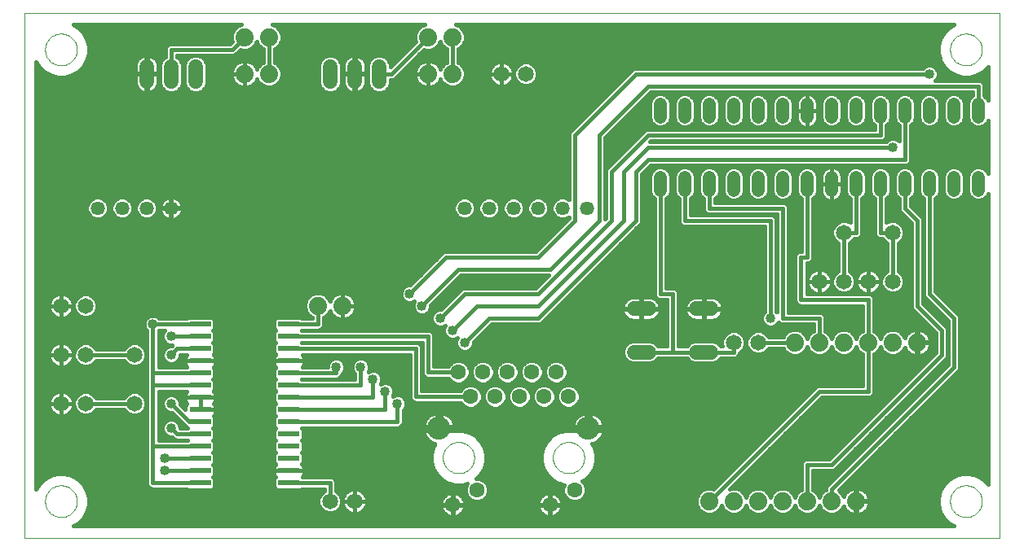
<source format=gtl>
G75*
%MOIN*%
%OFA0B0*%
%FSLAX24Y24*%
%IPPOS*%
%LPD*%
%AMOC8*
5,1,8,0,0,1.08239X$1,22.5*
%
%ADD10C,0.0000*%
%ADD11C,0.0650*%
%ADD12C,0.0600*%
%ADD13C,0.0740*%
%ADD14R,0.0866X0.0236*%
%ADD15C,0.0574*%
%ADD16C,0.0945*%
%ADD17C,0.0630*%
%ADD18C,0.0520*%
%ADD19C,0.0160*%
%ADD20C,0.0400*%
D10*
X000180Y001500D02*
X000180Y022996D01*
X040050Y022996D01*
X040050Y001500D01*
X000180Y001500D01*
X001030Y003000D02*
X001032Y003050D01*
X001038Y003100D01*
X001048Y003150D01*
X001061Y003198D01*
X001078Y003246D01*
X001099Y003292D01*
X001123Y003336D01*
X001151Y003378D01*
X001182Y003418D01*
X001216Y003455D01*
X001253Y003490D01*
X001292Y003521D01*
X001333Y003550D01*
X001377Y003575D01*
X001423Y003597D01*
X001470Y003615D01*
X001518Y003629D01*
X001567Y003640D01*
X001617Y003647D01*
X001667Y003650D01*
X001718Y003649D01*
X001768Y003644D01*
X001818Y003635D01*
X001866Y003623D01*
X001914Y003606D01*
X001960Y003586D01*
X002005Y003563D01*
X002048Y003536D01*
X002088Y003506D01*
X002126Y003473D01*
X002161Y003437D01*
X002194Y003398D01*
X002223Y003357D01*
X002249Y003314D01*
X002272Y003269D01*
X002291Y003222D01*
X002306Y003174D01*
X002318Y003125D01*
X002326Y003075D01*
X002330Y003025D01*
X002330Y002975D01*
X002326Y002925D01*
X002318Y002875D01*
X002306Y002826D01*
X002291Y002778D01*
X002272Y002731D01*
X002249Y002686D01*
X002223Y002643D01*
X002194Y002602D01*
X002161Y002563D01*
X002126Y002527D01*
X002088Y002494D01*
X002048Y002464D01*
X002005Y002437D01*
X001960Y002414D01*
X001914Y002394D01*
X001866Y002377D01*
X001818Y002365D01*
X001768Y002356D01*
X001718Y002351D01*
X001667Y002350D01*
X001617Y002353D01*
X001567Y002360D01*
X001518Y002371D01*
X001470Y002385D01*
X001423Y002403D01*
X001377Y002425D01*
X001333Y002450D01*
X001292Y002479D01*
X001253Y002510D01*
X001216Y002545D01*
X001182Y002582D01*
X001151Y002622D01*
X001123Y002664D01*
X001099Y002708D01*
X001078Y002754D01*
X001061Y002802D01*
X001048Y002850D01*
X001038Y002900D01*
X001032Y002950D01*
X001030Y003000D01*
X017290Y004787D02*
X017292Y004837D01*
X017298Y004887D01*
X017308Y004936D01*
X017321Y004985D01*
X017339Y005032D01*
X017360Y005078D01*
X017384Y005121D01*
X017412Y005163D01*
X017443Y005203D01*
X017477Y005240D01*
X017514Y005274D01*
X017554Y005305D01*
X017596Y005333D01*
X017639Y005357D01*
X017685Y005378D01*
X017732Y005396D01*
X017781Y005409D01*
X017830Y005419D01*
X017880Y005425D01*
X017930Y005427D01*
X017980Y005425D01*
X018030Y005419D01*
X018079Y005409D01*
X018128Y005396D01*
X018175Y005378D01*
X018221Y005357D01*
X018264Y005333D01*
X018306Y005305D01*
X018346Y005274D01*
X018383Y005240D01*
X018417Y005203D01*
X018448Y005163D01*
X018476Y005121D01*
X018500Y005078D01*
X018521Y005032D01*
X018539Y004985D01*
X018552Y004936D01*
X018562Y004887D01*
X018568Y004837D01*
X018570Y004787D01*
X018568Y004737D01*
X018562Y004687D01*
X018552Y004638D01*
X018539Y004589D01*
X018521Y004542D01*
X018500Y004496D01*
X018476Y004453D01*
X018448Y004411D01*
X018417Y004371D01*
X018383Y004334D01*
X018346Y004300D01*
X018306Y004269D01*
X018264Y004241D01*
X018221Y004217D01*
X018175Y004196D01*
X018128Y004178D01*
X018079Y004165D01*
X018030Y004155D01*
X017980Y004149D01*
X017930Y004147D01*
X017880Y004149D01*
X017830Y004155D01*
X017781Y004165D01*
X017732Y004178D01*
X017685Y004196D01*
X017639Y004217D01*
X017596Y004241D01*
X017554Y004269D01*
X017514Y004300D01*
X017477Y004334D01*
X017443Y004371D01*
X017412Y004411D01*
X017384Y004453D01*
X017360Y004496D01*
X017339Y004542D01*
X017321Y004589D01*
X017308Y004638D01*
X017298Y004687D01*
X017292Y004737D01*
X017290Y004787D01*
X021790Y004787D02*
X021792Y004837D01*
X021798Y004887D01*
X021808Y004936D01*
X021821Y004985D01*
X021839Y005032D01*
X021860Y005078D01*
X021884Y005121D01*
X021912Y005163D01*
X021943Y005203D01*
X021977Y005240D01*
X022014Y005274D01*
X022054Y005305D01*
X022096Y005333D01*
X022139Y005357D01*
X022185Y005378D01*
X022232Y005396D01*
X022281Y005409D01*
X022330Y005419D01*
X022380Y005425D01*
X022430Y005427D01*
X022480Y005425D01*
X022530Y005419D01*
X022579Y005409D01*
X022628Y005396D01*
X022675Y005378D01*
X022721Y005357D01*
X022764Y005333D01*
X022806Y005305D01*
X022846Y005274D01*
X022883Y005240D01*
X022917Y005203D01*
X022948Y005163D01*
X022976Y005121D01*
X023000Y005078D01*
X023021Y005032D01*
X023039Y004985D01*
X023052Y004936D01*
X023062Y004887D01*
X023068Y004837D01*
X023070Y004787D01*
X023068Y004737D01*
X023062Y004687D01*
X023052Y004638D01*
X023039Y004589D01*
X023021Y004542D01*
X023000Y004496D01*
X022976Y004453D01*
X022948Y004411D01*
X022917Y004371D01*
X022883Y004334D01*
X022846Y004300D01*
X022806Y004269D01*
X022764Y004241D01*
X022721Y004217D01*
X022675Y004196D01*
X022628Y004178D01*
X022579Y004165D01*
X022530Y004155D01*
X022480Y004149D01*
X022430Y004147D01*
X022380Y004149D01*
X022330Y004155D01*
X022281Y004165D01*
X022232Y004178D01*
X022185Y004196D01*
X022139Y004217D01*
X022096Y004241D01*
X022054Y004269D01*
X022014Y004300D01*
X021977Y004334D01*
X021943Y004371D01*
X021912Y004411D01*
X021884Y004453D01*
X021860Y004496D01*
X021839Y004542D01*
X021821Y004589D01*
X021808Y004638D01*
X021798Y004687D01*
X021792Y004737D01*
X021790Y004787D01*
X038030Y003000D02*
X038032Y003050D01*
X038038Y003100D01*
X038048Y003150D01*
X038061Y003198D01*
X038078Y003246D01*
X038099Y003292D01*
X038123Y003336D01*
X038151Y003378D01*
X038182Y003418D01*
X038216Y003455D01*
X038253Y003490D01*
X038292Y003521D01*
X038333Y003550D01*
X038377Y003575D01*
X038423Y003597D01*
X038470Y003615D01*
X038518Y003629D01*
X038567Y003640D01*
X038617Y003647D01*
X038667Y003650D01*
X038718Y003649D01*
X038768Y003644D01*
X038818Y003635D01*
X038866Y003623D01*
X038914Y003606D01*
X038960Y003586D01*
X039005Y003563D01*
X039048Y003536D01*
X039088Y003506D01*
X039126Y003473D01*
X039161Y003437D01*
X039194Y003398D01*
X039223Y003357D01*
X039249Y003314D01*
X039272Y003269D01*
X039291Y003222D01*
X039306Y003174D01*
X039318Y003125D01*
X039326Y003075D01*
X039330Y003025D01*
X039330Y002975D01*
X039326Y002925D01*
X039318Y002875D01*
X039306Y002826D01*
X039291Y002778D01*
X039272Y002731D01*
X039249Y002686D01*
X039223Y002643D01*
X039194Y002602D01*
X039161Y002563D01*
X039126Y002527D01*
X039088Y002494D01*
X039048Y002464D01*
X039005Y002437D01*
X038960Y002414D01*
X038914Y002394D01*
X038866Y002377D01*
X038818Y002365D01*
X038768Y002356D01*
X038718Y002351D01*
X038667Y002350D01*
X038617Y002353D01*
X038567Y002360D01*
X038518Y002371D01*
X038470Y002385D01*
X038423Y002403D01*
X038377Y002425D01*
X038333Y002450D01*
X038292Y002479D01*
X038253Y002510D01*
X038216Y002545D01*
X038182Y002582D01*
X038151Y002622D01*
X038123Y002664D01*
X038099Y002708D01*
X038078Y002754D01*
X038061Y002802D01*
X038048Y002850D01*
X038038Y002900D01*
X038032Y002950D01*
X038030Y003000D01*
X038030Y021500D02*
X038032Y021550D01*
X038038Y021600D01*
X038048Y021650D01*
X038061Y021698D01*
X038078Y021746D01*
X038099Y021792D01*
X038123Y021836D01*
X038151Y021878D01*
X038182Y021918D01*
X038216Y021955D01*
X038253Y021990D01*
X038292Y022021D01*
X038333Y022050D01*
X038377Y022075D01*
X038423Y022097D01*
X038470Y022115D01*
X038518Y022129D01*
X038567Y022140D01*
X038617Y022147D01*
X038667Y022150D01*
X038718Y022149D01*
X038768Y022144D01*
X038818Y022135D01*
X038866Y022123D01*
X038914Y022106D01*
X038960Y022086D01*
X039005Y022063D01*
X039048Y022036D01*
X039088Y022006D01*
X039126Y021973D01*
X039161Y021937D01*
X039194Y021898D01*
X039223Y021857D01*
X039249Y021814D01*
X039272Y021769D01*
X039291Y021722D01*
X039306Y021674D01*
X039318Y021625D01*
X039326Y021575D01*
X039330Y021525D01*
X039330Y021475D01*
X039326Y021425D01*
X039318Y021375D01*
X039306Y021326D01*
X039291Y021278D01*
X039272Y021231D01*
X039249Y021186D01*
X039223Y021143D01*
X039194Y021102D01*
X039161Y021063D01*
X039126Y021027D01*
X039088Y020994D01*
X039048Y020964D01*
X039005Y020937D01*
X038960Y020914D01*
X038914Y020894D01*
X038866Y020877D01*
X038818Y020865D01*
X038768Y020856D01*
X038718Y020851D01*
X038667Y020850D01*
X038617Y020853D01*
X038567Y020860D01*
X038518Y020871D01*
X038470Y020885D01*
X038423Y020903D01*
X038377Y020925D01*
X038333Y020950D01*
X038292Y020979D01*
X038253Y021010D01*
X038216Y021045D01*
X038182Y021082D01*
X038151Y021122D01*
X038123Y021164D01*
X038099Y021208D01*
X038078Y021254D01*
X038061Y021302D01*
X038048Y021350D01*
X038038Y021400D01*
X038032Y021450D01*
X038030Y021500D01*
X001030Y021500D02*
X001032Y021550D01*
X001038Y021600D01*
X001048Y021650D01*
X001061Y021698D01*
X001078Y021746D01*
X001099Y021792D01*
X001123Y021836D01*
X001151Y021878D01*
X001182Y021918D01*
X001216Y021955D01*
X001253Y021990D01*
X001292Y022021D01*
X001333Y022050D01*
X001377Y022075D01*
X001423Y022097D01*
X001470Y022115D01*
X001518Y022129D01*
X001567Y022140D01*
X001617Y022147D01*
X001667Y022150D01*
X001718Y022149D01*
X001768Y022144D01*
X001818Y022135D01*
X001866Y022123D01*
X001914Y022106D01*
X001960Y022086D01*
X002005Y022063D01*
X002048Y022036D01*
X002088Y022006D01*
X002126Y021973D01*
X002161Y021937D01*
X002194Y021898D01*
X002223Y021857D01*
X002249Y021814D01*
X002272Y021769D01*
X002291Y021722D01*
X002306Y021674D01*
X002318Y021625D01*
X002326Y021575D01*
X002330Y021525D01*
X002330Y021475D01*
X002326Y021425D01*
X002318Y021375D01*
X002306Y021326D01*
X002291Y021278D01*
X002272Y021231D01*
X002249Y021186D01*
X002223Y021143D01*
X002194Y021102D01*
X002161Y021063D01*
X002126Y021027D01*
X002088Y020994D01*
X002048Y020964D01*
X002005Y020937D01*
X001960Y020914D01*
X001914Y020894D01*
X001866Y020877D01*
X001818Y020865D01*
X001768Y020856D01*
X001718Y020851D01*
X001667Y020850D01*
X001617Y020853D01*
X001567Y020860D01*
X001518Y020871D01*
X001470Y020885D01*
X001423Y020903D01*
X001377Y020925D01*
X001333Y020950D01*
X001292Y020979D01*
X001253Y021010D01*
X001216Y021045D01*
X001182Y021082D01*
X001151Y021122D01*
X001123Y021164D01*
X001099Y021208D01*
X001078Y021254D01*
X001061Y021302D01*
X001048Y021350D01*
X001038Y021400D01*
X001032Y021450D01*
X001030Y021500D01*
D11*
X001680Y011000D03*
X002680Y011000D03*
X002680Y009000D03*
X001680Y009000D03*
X004680Y009000D03*
X004680Y007000D03*
X002680Y007000D03*
X001680Y007000D03*
X012680Y003000D03*
X013680Y003000D03*
X029180Y009500D03*
X030180Y009500D03*
X032680Y012000D03*
X033680Y012000D03*
X034680Y012000D03*
X035680Y012000D03*
X035680Y014000D03*
X033680Y014000D03*
X020680Y020500D03*
X019680Y020500D03*
D12*
X014680Y020200D02*
X014680Y020800D01*
X013680Y020800D02*
X013680Y020200D01*
X012680Y020200D02*
X012680Y020800D01*
X007180Y020800D02*
X007180Y020200D01*
X006180Y020200D02*
X006180Y020800D01*
X005180Y020800D02*
X005180Y020200D01*
X025100Y010890D02*
X025700Y010890D01*
X027660Y010890D02*
X028260Y010890D01*
X028260Y009110D02*
X027660Y009110D01*
X025700Y009110D02*
X025100Y009110D01*
D13*
X031680Y009500D03*
X032680Y009500D03*
X033680Y009500D03*
X034680Y009500D03*
X035680Y009500D03*
X036680Y009500D03*
X034180Y003000D03*
X033180Y003000D03*
X032180Y003000D03*
X031180Y003000D03*
X030180Y003000D03*
X029180Y003000D03*
X028180Y003000D03*
X013180Y011000D03*
X012180Y011000D03*
X010180Y020500D03*
X009180Y020500D03*
X009180Y022000D03*
X010180Y022000D03*
X016680Y022000D03*
X017680Y022000D03*
X017680Y020500D03*
X016680Y020500D03*
D14*
X010991Y010250D03*
X010991Y009750D03*
X010991Y009250D03*
X010991Y008750D03*
X010991Y008250D03*
X010991Y007750D03*
X010991Y007250D03*
X010991Y006750D03*
X010991Y006250D03*
X010991Y005750D03*
X010991Y005250D03*
X010991Y004750D03*
X010991Y004250D03*
X010991Y003750D03*
X007369Y003750D03*
X007369Y004250D03*
X007369Y004750D03*
X007369Y005250D03*
X007369Y005750D03*
X007369Y006250D03*
X007369Y006750D03*
X007369Y007250D03*
X007369Y007750D03*
X007369Y008250D03*
X007369Y008750D03*
X007369Y009250D03*
X007369Y009750D03*
X007369Y010250D03*
D15*
X006180Y015000D03*
X005180Y015000D03*
X004180Y015000D03*
X003180Y015000D03*
X018180Y015000D03*
X019180Y015000D03*
X020180Y015000D03*
X021180Y015000D03*
X022180Y015000D03*
X023180Y015000D03*
D16*
X023231Y005988D03*
X017129Y005988D03*
D17*
X018430Y007283D03*
X019430Y007283D03*
X020430Y007283D03*
X021430Y007283D03*
X022430Y007283D03*
X021930Y008283D03*
X020930Y008283D03*
X019930Y008283D03*
X018930Y008283D03*
X017930Y008283D03*
X018690Y003457D03*
X017690Y002858D03*
X021670Y002858D03*
X022670Y003457D03*
D18*
X026180Y015740D02*
X026180Y016260D01*
X027180Y016260D02*
X027180Y015740D01*
X028180Y015740D02*
X028180Y016260D01*
X029180Y016260D02*
X029180Y015740D01*
X030180Y015740D02*
X030180Y016260D01*
X031180Y016260D02*
X031180Y015740D01*
X032180Y015740D02*
X032180Y016260D01*
X033180Y016260D02*
X033180Y015740D01*
X034180Y015740D02*
X034180Y016260D01*
X035180Y016260D02*
X035180Y015740D01*
X036180Y015740D02*
X036180Y016260D01*
X037180Y016260D02*
X037180Y015740D01*
X038180Y015740D02*
X038180Y016260D01*
X039180Y016260D02*
X039180Y015740D01*
X039180Y018740D02*
X039180Y019260D01*
X038180Y019260D02*
X038180Y018740D01*
X037180Y018740D02*
X037180Y019260D01*
X036180Y019260D02*
X036180Y018740D01*
X035180Y018740D02*
X035180Y019260D01*
X034180Y019260D02*
X034180Y018740D01*
X033180Y018740D02*
X033180Y019260D01*
X032180Y019260D02*
X032180Y018740D01*
X031180Y018740D02*
X031180Y019260D01*
X030180Y019260D02*
X030180Y018740D01*
X029180Y018740D02*
X029180Y019260D01*
X028180Y019260D02*
X028180Y018740D01*
X027180Y018740D02*
X027180Y019260D01*
X026180Y019260D02*
X026180Y018740D01*
D19*
X026493Y018460D02*
X026867Y018460D01*
X026824Y018502D02*
X026942Y018384D01*
X027096Y018320D01*
X027264Y018320D01*
X027418Y018384D01*
X027536Y018502D01*
X027600Y018656D01*
X027600Y019344D01*
X027536Y019498D01*
X027418Y019616D01*
X027264Y019680D01*
X027096Y019680D01*
X026942Y019616D01*
X026824Y019498D01*
X026760Y019344D01*
X026760Y018656D01*
X026824Y018502D01*
X026776Y018618D02*
X026584Y018618D01*
X026600Y018656D02*
X026600Y019344D01*
X026536Y019498D01*
X026418Y019616D01*
X026264Y019680D01*
X026096Y019680D01*
X025942Y019616D01*
X025824Y019498D01*
X025760Y019344D01*
X025760Y018656D01*
X025824Y018502D01*
X025942Y018384D01*
X026096Y018320D01*
X026264Y018320D01*
X026418Y018384D01*
X026536Y018502D01*
X026600Y018656D01*
X026600Y018777D02*
X026760Y018777D01*
X026760Y018935D02*
X026600Y018935D01*
X026600Y019094D02*
X026760Y019094D01*
X026760Y019252D02*
X026600Y019252D01*
X026572Y019411D02*
X026788Y019411D01*
X026895Y019569D02*
X026465Y019569D01*
X025895Y019569D02*
X025588Y019569D01*
X025430Y019411D02*
X025788Y019411D01*
X025760Y019252D02*
X025271Y019252D01*
X025113Y019094D02*
X025760Y019094D01*
X025760Y018935D02*
X024954Y018935D01*
X024796Y018777D02*
X025760Y018777D01*
X025776Y018618D02*
X024637Y018618D01*
X024479Y018460D02*
X025867Y018460D01*
X025632Y018240D02*
X025544Y018203D01*
X025477Y018136D01*
X023977Y016636D01*
X023940Y016548D01*
X023940Y014599D01*
X023920Y014579D01*
X023920Y017901D01*
X025779Y019760D01*
X038940Y019760D01*
X038940Y019614D01*
X038824Y019498D01*
X038760Y019344D01*
X038760Y018656D01*
X038824Y018502D01*
X038942Y018384D01*
X039096Y018320D01*
X039264Y018320D01*
X039418Y018384D01*
X039536Y018502D01*
X039570Y018584D01*
X039570Y016416D01*
X039536Y016498D01*
X039418Y016616D01*
X039264Y016680D01*
X039096Y016680D01*
X038942Y016616D01*
X038824Y016498D01*
X038760Y016344D01*
X038760Y015656D01*
X038824Y015502D01*
X038942Y015384D01*
X039096Y015320D01*
X039264Y015320D01*
X039418Y015384D01*
X039536Y015502D01*
X039570Y015584D01*
X039570Y003708D01*
X039374Y003904D01*
X039116Y004053D01*
X038829Y004130D01*
X038531Y004130D01*
X038244Y004053D01*
X037986Y003904D01*
X037776Y003694D01*
X037627Y003436D01*
X037550Y003149D01*
X037550Y002851D01*
X037627Y002564D01*
X037776Y002306D01*
X037986Y002096D01*
X038187Y001980D01*
X002173Y001980D01*
X002374Y002096D01*
X002584Y002306D01*
X002733Y002564D01*
X002810Y002851D01*
X002810Y003149D01*
X002733Y003436D01*
X002584Y003694D01*
X002374Y003904D01*
X002116Y004053D01*
X001829Y004130D01*
X001531Y004130D01*
X001244Y004053D01*
X000986Y003904D01*
X000776Y003694D01*
X000660Y003493D01*
X000660Y021007D01*
X000776Y020806D01*
X000986Y020596D01*
X001244Y020447D01*
X001531Y020370D01*
X001829Y020370D01*
X002116Y020447D01*
X002374Y020596D01*
X002584Y020806D01*
X002733Y021064D01*
X002810Y021351D01*
X002810Y021649D01*
X002733Y021936D01*
X002584Y022194D01*
X002374Y022404D01*
X002180Y022516D01*
X009041Y022516D01*
X008880Y022449D01*
X008731Y022300D01*
X008650Y022105D01*
X002635Y022105D01*
X002727Y021947D02*
X008650Y021947D01*
X008650Y021895D02*
X008675Y021834D01*
X008581Y021740D01*
X006132Y021740D01*
X006044Y021703D01*
X005977Y021636D01*
X005940Y021548D01*
X005940Y021198D01*
X005919Y021190D01*
X005790Y021061D01*
X005720Y020891D01*
X005720Y020108D01*
X005790Y019939D01*
X005919Y019810D01*
X006088Y019740D01*
X006271Y019740D01*
X006441Y019810D01*
X006570Y019939D01*
X006640Y020108D01*
X006640Y020891D01*
X006570Y021061D01*
X006441Y021190D01*
X006420Y021198D01*
X006420Y021260D01*
X008728Y021260D01*
X008816Y021297D01*
X008883Y021364D01*
X009014Y021495D01*
X009075Y021470D01*
X009285Y021470D01*
X009480Y021551D01*
X009629Y021700D01*
X009680Y021822D01*
X009731Y021700D01*
X009880Y021551D01*
X009940Y021526D01*
X009940Y020974D01*
X009880Y020949D01*
X009731Y020800D01*
X009691Y020706D01*
X009690Y020711D01*
X009650Y020788D01*
X009600Y020858D01*
X009538Y020920D01*
X009468Y020970D01*
X009391Y021010D01*
X009309Y021036D01*
X009223Y021050D01*
X009189Y021050D01*
X009189Y020509D01*
X009171Y020509D01*
X009171Y021050D01*
X009137Y021050D01*
X009051Y021036D01*
X008969Y021010D01*
X008892Y020970D01*
X008822Y020920D01*
X008760Y020858D01*
X008710Y020788D01*
X008670Y020711D01*
X008644Y020629D01*
X008630Y020543D01*
X008630Y020509D01*
X009171Y020509D01*
X009171Y020491D01*
X009189Y020491D01*
X009189Y019950D01*
X009223Y019950D01*
X009309Y019964D01*
X009391Y019990D01*
X009468Y020030D01*
X009538Y020080D01*
X009600Y020142D01*
X009650Y020212D01*
X009690Y020289D01*
X009691Y020294D01*
X009731Y020200D01*
X009880Y020051D01*
X010075Y019970D01*
X010285Y019970D01*
X010480Y020051D01*
X010629Y020200D01*
X010710Y020395D01*
X010710Y020605D01*
X010629Y020800D01*
X010480Y020949D01*
X010420Y020974D01*
X010420Y021526D01*
X010480Y021551D01*
X010629Y021700D01*
X010710Y021895D01*
X010710Y022105D01*
X016150Y022105D01*
X016150Y021895D01*
X016175Y021834D01*
X015140Y020799D01*
X015140Y020891D01*
X015070Y021061D01*
X014941Y021190D01*
X014771Y021260D01*
X014588Y021260D01*
X014419Y021190D01*
X014290Y021061D01*
X014220Y020891D01*
X014220Y020108D01*
X014290Y019939D01*
X014419Y019810D01*
X014588Y019740D01*
X014771Y019740D01*
X014941Y019810D01*
X015070Y019939D01*
X015140Y020108D01*
X015140Y020260D01*
X015228Y020260D01*
X015316Y020297D01*
X016514Y021495D01*
X016575Y021470D01*
X016785Y021470D01*
X016980Y021551D01*
X017129Y021700D01*
X017180Y021822D01*
X017231Y021700D01*
X017380Y021551D01*
X017440Y021526D01*
X017440Y020974D01*
X017380Y020949D01*
X017231Y020800D01*
X017191Y020706D01*
X017190Y020711D01*
X017150Y020788D01*
X017100Y020858D01*
X017038Y020920D01*
X016968Y020970D01*
X016891Y021010D01*
X016809Y021036D01*
X016723Y021050D01*
X016689Y021050D01*
X016689Y020509D01*
X016671Y020509D01*
X016671Y021050D01*
X016637Y021050D01*
X016551Y021036D01*
X016469Y021010D01*
X016392Y020970D01*
X016322Y020920D01*
X016260Y020858D01*
X016210Y020788D01*
X016170Y020711D01*
X016144Y020629D01*
X016130Y020543D01*
X016130Y020509D01*
X016671Y020509D01*
X016671Y020491D01*
X016689Y020491D01*
X016689Y019950D01*
X016723Y019950D01*
X016809Y019964D01*
X016891Y019990D01*
X016968Y020030D01*
X017038Y020080D01*
X017100Y020142D01*
X017150Y020212D01*
X017190Y020289D01*
X017191Y020294D01*
X017231Y020200D01*
X017380Y020051D01*
X017575Y019970D01*
X017785Y019970D01*
X017980Y020051D01*
X018129Y020200D01*
X018210Y020395D01*
X018210Y020605D01*
X018129Y020800D01*
X017980Y020949D01*
X017920Y020974D01*
X017920Y021526D01*
X017980Y021551D01*
X018129Y021700D01*
X018210Y021895D01*
X018210Y022105D01*
X037725Y022105D01*
X037776Y022194D02*
X037627Y021936D01*
X037550Y021649D01*
X037550Y021351D01*
X037627Y021064D01*
X037776Y020806D01*
X037986Y020596D01*
X038244Y020447D01*
X038531Y020370D01*
X038829Y020370D01*
X039116Y020447D01*
X039374Y020596D01*
X039570Y020792D01*
X039570Y019416D01*
X039536Y019498D01*
X039420Y019614D01*
X039420Y020048D01*
X039383Y020136D01*
X039316Y020203D01*
X039570Y020203D01*
X039570Y020045D02*
X039420Y020045D01*
X039420Y019886D02*
X039570Y019886D01*
X039570Y019728D02*
X039420Y019728D01*
X039465Y019569D02*
X039570Y019569D01*
X039180Y020000D02*
X039180Y019000D01*
X038760Y018935D02*
X038600Y018935D01*
X038600Y018777D02*
X038760Y018777D01*
X038776Y018618D02*
X038584Y018618D01*
X038600Y018656D02*
X038600Y019344D01*
X038536Y019498D01*
X038418Y019616D01*
X038264Y019680D01*
X038096Y019680D01*
X037942Y019616D01*
X037824Y019498D01*
X037760Y019344D01*
X037760Y018656D01*
X037824Y018502D01*
X037942Y018384D01*
X038096Y018320D01*
X038264Y018320D01*
X038418Y018384D01*
X038536Y018502D01*
X038600Y018656D01*
X038493Y018460D02*
X038867Y018460D01*
X039493Y018460D02*
X039570Y018460D01*
X039570Y018301D02*
X036420Y018301D01*
X036420Y018386D02*
X036536Y018502D01*
X036600Y018656D01*
X036600Y019344D01*
X036536Y019498D01*
X036418Y019616D01*
X036264Y019680D01*
X036096Y019680D01*
X035942Y019616D01*
X035824Y019498D01*
X035760Y019344D01*
X035760Y018656D01*
X035824Y018502D01*
X035940Y018386D01*
X035940Y017749D01*
X035884Y017805D01*
X035752Y017860D01*
X035608Y017860D01*
X035476Y017805D01*
X035411Y017740D01*
X025759Y017740D01*
X025779Y017760D01*
X035228Y017760D01*
X035316Y017797D01*
X035383Y017864D01*
X035420Y017952D01*
X035420Y018386D01*
X035536Y018502D01*
X035600Y018656D01*
X035600Y019344D01*
X035536Y019498D01*
X035418Y019616D01*
X035264Y019680D01*
X035096Y019680D01*
X034942Y019616D01*
X034824Y019498D01*
X034760Y019344D01*
X034760Y018656D01*
X034824Y018502D01*
X034940Y018386D01*
X034940Y018240D01*
X025632Y018240D01*
X025483Y018143D02*
X024162Y018143D01*
X024320Y018301D02*
X032139Y018301D01*
X032145Y018300D02*
X032180Y018300D01*
X032215Y018300D01*
X032283Y018311D01*
X032349Y018332D01*
X032411Y018364D01*
X032467Y018404D01*
X032516Y018453D01*
X032556Y018509D01*
X032588Y018571D01*
X032609Y018637D01*
X032620Y018705D01*
X032620Y019000D01*
X032620Y019295D01*
X032609Y019363D01*
X032588Y019429D01*
X032556Y019491D01*
X032516Y019547D01*
X032467Y019596D01*
X032411Y019636D01*
X032349Y019668D01*
X032283Y019689D01*
X032215Y019700D01*
X032180Y019700D01*
X032180Y019000D01*
X032620Y019000D01*
X032180Y019000D01*
X032180Y019000D01*
X032180Y019000D01*
X032180Y018300D01*
X032180Y019000D01*
X032180Y019000D01*
X032180Y019000D01*
X031740Y019000D01*
X031740Y019295D01*
X031751Y019363D01*
X031772Y019429D01*
X031804Y019491D01*
X031844Y019547D01*
X031893Y019596D01*
X031949Y019636D01*
X032011Y019668D01*
X032077Y019689D01*
X032145Y019700D01*
X032180Y019700D01*
X032180Y019000D01*
X031740Y019000D01*
X031740Y018705D01*
X031751Y018637D01*
X031772Y018571D01*
X031804Y018509D01*
X031844Y018453D01*
X031893Y018404D01*
X031949Y018364D01*
X032011Y018332D01*
X032077Y018311D01*
X032145Y018300D01*
X032180Y018301D02*
X032180Y018301D01*
X032221Y018301D02*
X034940Y018301D01*
X034867Y018460D02*
X034493Y018460D01*
X034536Y018502D02*
X034600Y018656D01*
X034600Y019344D01*
X034536Y019498D01*
X034418Y019616D01*
X034264Y019680D01*
X034096Y019680D01*
X033942Y019616D01*
X033824Y019498D01*
X033760Y019344D01*
X033760Y018656D01*
X033824Y018502D01*
X033942Y018384D01*
X034096Y018320D01*
X034264Y018320D01*
X034418Y018384D01*
X034536Y018502D01*
X034584Y018618D02*
X034776Y018618D01*
X034760Y018777D02*
X034600Y018777D01*
X034600Y018935D02*
X034760Y018935D01*
X034760Y019094D02*
X034600Y019094D01*
X034600Y019252D02*
X034760Y019252D01*
X034788Y019411D02*
X034572Y019411D01*
X034465Y019569D02*
X034895Y019569D01*
X035465Y019569D02*
X035895Y019569D01*
X035788Y019411D02*
X035572Y019411D01*
X035600Y019252D02*
X035760Y019252D01*
X035760Y019094D02*
X035600Y019094D01*
X035600Y018935D02*
X035760Y018935D01*
X035760Y018777D02*
X035600Y018777D01*
X035584Y018618D02*
X035776Y018618D01*
X035867Y018460D02*
X035493Y018460D01*
X035420Y018301D02*
X035940Y018301D01*
X035940Y018143D02*
X035420Y018143D01*
X035420Y017984D02*
X035940Y017984D01*
X035940Y017826D02*
X035835Y017826D01*
X035525Y017826D02*
X035345Y017826D01*
X035180Y018000D02*
X035180Y019000D01*
X036180Y019000D02*
X036180Y017000D01*
X025680Y017000D01*
X025180Y016500D01*
X025180Y014500D01*
X021180Y010500D01*
X019180Y010500D01*
X018180Y009500D01*
X018540Y009521D02*
X018540Y009428D01*
X018485Y009296D01*
X018384Y009195D01*
X018252Y009140D01*
X018108Y009140D01*
X017976Y009195D01*
X017875Y009296D01*
X017820Y009428D01*
X017820Y009572D01*
X017868Y009688D01*
X017752Y009640D01*
X017608Y009640D01*
X017476Y009695D01*
X017375Y009796D01*
X017320Y009928D01*
X017320Y010072D01*
X017368Y010188D01*
X017252Y010140D01*
X017108Y010140D01*
X016976Y010195D01*
X016875Y010296D01*
X016820Y010428D01*
X016820Y010572D01*
X016875Y010704D01*
X016976Y010805D01*
X017108Y010860D01*
X017201Y010860D01*
X017977Y011636D01*
X018044Y011703D01*
X018132Y011740D01*
X021081Y011740D01*
X021601Y012260D01*
X018029Y012260D01*
X016790Y011021D01*
X016790Y010928D01*
X016735Y010796D01*
X016634Y010695D01*
X016502Y010640D01*
X016358Y010640D01*
X016226Y010695D01*
X016125Y010796D01*
X016070Y010928D01*
X016070Y011072D01*
X016118Y011188D01*
X016002Y011140D01*
X015858Y011140D01*
X015726Y011195D01*
X015625Y011296D01*
X015570Y011428D01*
X015570Y011572D01*
X015625Y011704D01*
X015726Y011805D01*
X015858Y011860D01*
X015951Y011860D01*
X017294Y013203D01*
X017382Y013240D01*
X021081Y013240D01*
X022440Y014599D01*
X022440Y014628D01*
X022433Y014621D01*
X022269Y014553D01*
X022091Y014553D01*
X021927Y014621D01*
X021801Y014747D01*
X021733Y014911D01*
X021733Y015089D01*
X021801Y015253D01*
X021927Y015379D01*
X022091Y015447D01*
X022269Y015447D01*
X022433Y015379D01*
X022440Y015372D01*
X022440Y018048D01*
X022477Y018136D01*
X024977Y020636D01*
X025044Y020703D01*
X025132Y020740D01*
X036911Y020740D01*
X036976Y020805D01*
X037108Y020860D01*
X037252Y020860D01*
X037384Y020805D01*
X037485Y020704D01*
X037540Y020572D01*
X037540Y020428D01*
X037485Y020296D01*
X037429Y020240D01*
X039228Y020240D01*
X039316Y020203D01*
X039180Y020000D02*
X025680Y020000D01*
X023680Y018000D01*
X023680Y014500D01*
X021680Y012500D01*
X017930Y012500D01*
X016430Y011000D01*
X016790Y011010D02*
X017351Y011010D01*
X017509Y011169D02*
X016938Y011169D01*
X017096Y011327D02*
X017668Y011327D01*
X017826Y011486D02*
X017255Y011486D01*
X017413Y011644D02*
X017985Y011644D01*
X018180Y011500D02*
X021180Y011500D01*
X024180Y014500D01*
X024180Y016500D01*
X025680Y018000D01*
X035180Y018000D01*
X035680Y017500D02*
X025680Y017500D01*
X024680Y016500D01*
X024680Y014500D01*
X021180Y011000D01*
X018680Y011000D01*
X017680Y010000D01*
X017429Y009742D02*
X016920Y009742D01*
X016920Y009798D02*
X016883Y009886D01*
X016816Y009953D01*
X016728Y009990D01*
X011528Y009990D01*
X011518Y010000D01*
X011528Y010010D01*
X012228Y010010D01*
X012316Y010047D01*
X012383Y010114D01*
X012420Y010202D01*
X012420Y010526D01*
X012480Y010551D01*
X012629Y010700D01*
X012669Y010794D01*
X012670Y010789D01*
X012710Y010712D01*
X012760Y010642D01*
X012822Y010580D01*
X012892Y010530D01*
X012969Y010490D01*
X013051Y010464D01*
X013137Y010450D01*
X013171Y010450D01*
X013171Y010991D01*
X013189Y010991D01*
X013189Y011009D01*
X013171Y011009D01*
X013171Y011550D01*
X013137Y011550D01*
X013051Y011536D01*
X012969Y011510D01*
X012892Y011470D01*
X012822Y011420D01*
X012760Y011358D01*
X012710Y011288D01*
X012670Y011211D01*
X012669Y011206D01*
X012629Y011300D01*
X012480Y011449D01*
X012285Y011530D01*
X012075Y011530D01*
X011880Y011449D01*
X011731Y011300D01*
X011650Y011105D01*
X011650Y010895D01*
X011731Y010700D01*
X011880Y010551D01*
X011940Y010526D01*
X011940Y010490D01*
X011528Y010490D01*
X011490Y010528D01*
X010492Y010528D01*
X010398Y010434D01*
X010398Y010066D01*
X010464Y010000D01*
X010398Y009934D01*
X010398Y009566D01*
X010464Y009500D01*
X010398Y009434D01*
X010398Y009066D01*
X010450Y009014D01*
X010447Y009012D01*
X010414Y008979D01*
X010390Y008938D01*
X010378Y008892D01*
X010378Y008750D01*
X010378Y008608D01*
X010390Y008562D01*
X010414Y008521D01*
X010447Y008488D01*
X010450Y008486D01*
X010398Y008434D01*
X010398Y008066D01*
X010464Y008000D01*
X010398Y007934D01*
X010398Y007566D01*
X010464Y007500D01*
X010398Y007434D01*
X010398Y007066D01*
X010464Y007000D01*
X010398Y006934D01*
X010398Y006566D01*
X010464Y006500D01*
X010398Y006434D01*
X010398Y006066D01*
X010464Y006000D01*
X010398Y005934D01*
X010398Y005566D01*
X010464Y005500D01*
X010398Y005434D01*
X010398Y005066D01*
X010464Y005000D01*
X010398Y004934D01*
X010398Y004566D01*
X010450Y004514D01*
X010447Y004512D01*
X010414Y004479D01*
X010390Y004438D01*
X010378Y004392D01*
X010378Y004250D01*
X010378Y004108D01*
X010390Y004062D01*
X010414Y004021D01*
X010447Y003988D01*
X010450Y003986D01*
X010398Y003934D01*
X010398Y003566D01*
X010492Y003472D01*
X011490Y003472D01*
X011528Y003510D01*
X012440Y003510D01*
X012440Y003426D01*
X012405Y003411D01*
X012269Y003275D01*
X012195Y003096D01*
X012195Y002904D01*
X012269Y002725D01*
X012405Y002589D01*
X012584Y002515D01*
X012776Y002515D01*
X012955Y002589D01*
X013091Y002725D01*
X013165Y002904D01*
X013165Y003096D01*
X013091Y003275D01*
X012955Y003411D01*
X012920Y003426D01*
X012920Y003798D01*
X012883Y003886D01*
X012816Y003953D01*
X012728Y003990D01*
X011537Y003990D01*
X011568Y004021D01*
X011592Y004062D01*
X011604Y004108D01*
X011604Y004250D01*
X011604Y004392D01*
X011592Y004438D01*
X011568Y004479D01*
X011535Y004512D01*
X011532Y004514D01*
X011584Y004566D01*
X011584Y004934D01*
X011518Y005000D01*
X011584Y005066D01*
X011584Y005434D01*
X011518Y005500D01*
X011584Y005566D01*
X011584Y005934D01*
X011518Y006000D01*
X011528Y006010D01*
X015478Y006010D01*
X015566Y006047D01*
X015633Y006114D01*
X015670Y006202D01*
X015670Y006731D01*
X015735Y006796D01*
X015790Y006928D01*
X015790Y007072D01*
X015735Y007204D01*
X015634Y007305D01*
X015502Y007360D01*
X015358Y007360D01*
X015242Y007312D01*
X015290Y007428D01*
X015290Y007572D01*
X015235Y007704D01*
X015134Y007805D01*
X015002Y007860D01*
X014858Y007860D01*
X014742Y007812D01*
X014790Y007928D01*
X014790Y008072D01*
X014735Y008204D01*
X014634Y008305D01*
X014502Y008360D01*
X014358Y008360D01*
X014242Y008312D01*
X014290Y008428D01*
X014290Y008572D01*
X014235Y008704D01*
X014134Y008805D01*
X014002Y008860D01*
X013858Y008860D01*
X013726Y008805D01*
X013625Y008704D01*
X013570Y008572D01*
X013570Y008428D01*
X013625Y008296D01*
X013690Y008231D01*
X013690Y007990D01*
X011528Y007990D01*
X011518Y008000D01*
X011528Y008010D01*
X012978Y008010D01*
X013066Y008047D01*
X013133Y008114D01*
X013170Y008202D01*
X013170Y008231D01*
X013235Y008296D01*
X013290Y008428D01*
X013290Y008572D01*
X013235Y008704D01*
X013134Y008805D01*
X013002Y008860D01*
X012858Y008860D01*
X012726Y008805D01*
X012625Y008704D01*
X012570Y008572D01*
X012570Y008490D01*
X011537Y008490D01*
X011568Y008521D01*
X011592Y008562D01*
X011604Y008608D01*
X011604Y008750D01*
X011604Y008892D01*
X011592Y008938D01*
X011568Y008979D01*
X011537Y009010D01*
X015940Y009010D01*
X015940Y007236D01*
X015977Y007148D01*
X016044Y007080D01*
X016132Y007043D01*
X018015Y007043D01*
X018027Y007014D01*
X018161Y006881D01*
X018336Y006809D01*
X018524Y006809D01*
X018699Y006881D01*
X018833Y007014D01*
X018905Y007189D01*
X018905Y007378D01*
X018833Y007553D01*
X018699Y007686D01*
X018524Y007758D01*
X018336Y007758D01*
X018161Y007686D01*
X018027Y007553D01*
X018015Y007523D01*
X016420Y007523D01*
X016420Y009298D01*
X016383Y009386D01*
X016316Y009453D01*
X016228Y009490D01*
X011528Y009490D01*
X011518Y009500D01*
X011528Y009510D01*
X016440Y009510D01*
X016440Y008236D01*
X016477Y008148D01*
X016544Y008080D01*
X016632Y008043D01*
X017515Y008043D01*
X017527Y008014D01*
X017661Y007881D01*
X017836Y007809D01*
X018024Y007809D01*
X018199Y007881D01*
X018333Y008014D01*
X018405Y008189D01*
X018405Y008378D01*
X018333Y008553D01*
X018199Y008686D01*
X018024Y008758D01*
X017836Y008758D01*
X017661Y008686D01*
X017527Y008553D01*
X017515Y008523D01*
X016920Y008523D01*
X016920Y009798D01*
X016869Y009901D02*
X017332Y009901D01*
X017320Y010059D02*
X012328Y010059D01*
X012420Y010218D02*
X016953Y010218D01*
X016842Y010376D02*
X012420Y010376D01*
X012441Y010535D02*
X012885Y010535D01*
X012723Y010693D02*
X012623Y010693D01*
X012180Y011000D02*
X012180Y010250D01*
X010991Y010250D01*
X010991Y009750D02*
X016680Y009750D01*
X016680Y008283D01*
X017930Y008283D01*
X018365Y008474D02*
X018495Y008474D01*
X018527Y008553D02*
X018455Y008378D01*
X018455Y008189D01*
X018527Y008014D01*
X018661Y007881D01*
X018836Y007809D01*
X019024Y007809D01*
X019199Y007881D01*
X019333Y008014D01*
X019405Y008189D01*
X019405Y008378D01*
X019333Y008553D01*
X019199Y008686D01*
X019024Y008758D01*
X018836Y008758D01*
X018661Y008686D01*
X018527Y008553D01*
X018607Y008633D02*
X018253Y008633D01*
X018405Y008316D02*
X018455Y008316D01*
X018468Y008157D02*
X018392Y008157D01*
X018317Y007999D02*
X018543Y007999D01*
X018759Y007840D02*
X018101Y007840D01*
X018156Y007682D02*
X016420Y007682D01*
X016420Y007840D02*
X017759Y007840D01*
X017543Y007999D02*
X016420Y007999D01*
X016420Y008157D02*
X016473Y008157D01*
X016440Y008316D02*
X016420Y008316D01*
X016420Y008474D02*
X016440Y008474D01*
X016440Y008633D02*
X016420Y008633D01*
X016420Y008791D02*
X016440Y008791D01*
X016440Y008950D02*
X016420Y008950D01*
X016420Y009108D02*
X016440Y009108D01*
X016440Y009267D02*
X016420Y009267D01*
X016440Y009425D02*
X016344Y009425D01*
X016180Y009250D02*
X016180Y007283D01*
X018430Y007283D01*
X018846Y007048D02*
X019014Y007048D01*
X019027Y007014D02*
X019161Y006881D01*
X019336Y006809D01*
X019524Y006809D01*
X019699Y006881D01*
X019833Y007014D01*
X019905Y007189D01*
X019905Y007378D01*
X019833Y007553D01*
X019699Y007686D01*
X019524Y007758D01*
X019336Y007758D01*
X019161Y007686D01*
X019027Y007553D01*
X018955Y007378D01*
X018955Y007189D01*
X019027Y007014D01*
X019153Y006889D02*
X018707Y006889D01*
X018905Y007206D02*
X018955Y007206D01*
X018955Y007365D02*
X018905Y007365D01*
X018845Y007523D02*
X019015Y007523D01*
X019156Y007682D02*
X018704Y007682D01*
X019101Y007840D02*
X019759Y007840D01*
X019836Y007809D02*
X019661Y007881D01*
X019527Y008014D01*
X019455Y008189D01*
X019455Y008378D01*
X019527Y008553D01*
X019661Y008686D01*
X019836Y008758D01*
X020024Y008758D01*
X020199Y008686D01*
X020333Y008553D01*
X020405Y008378D01*
X020405Y008189D01*
X020333Y008014D01*
X020199Y007881D01*
X020024Y007809D01*
X019836Y007809D01*
X019704Y007682D02*
X020156Y007682D01*
X020161Y007686D02*
X020027Y007553D01*
X019955Y007378D01*
X019955Y007189D01*
X020027Y007014D01*
X020161Y006881D01*
X020336Y006809D01*
X020524Y006809D01*
X020699Y006881D01*
X020833Y007014D01*
X020905Y007189D01*
X020905Y007378D01*
X020833Y007553D01*
X020699Y007686D01*
X020524Y007758D01*
X020336Y007758D01*
X020161Y007686D01*
X020101Y007840D02*
X020759Y007840D01*
X020836Y007809D02*
X021024Y007809D01*
X021199Y007881D01*
X021333Y008014D01*
X021405Y008189D01*
X021405Y008378D01*
X021333Y008553D01*
X021199Y008686D01*
X021024Y008758D01*
X020836Y008758D01*
X020661Y008686D01*
X020527Y008553D01*
X020455Y008378D01*
X020455Y008189D01*
X020527Y008014D01*
X020661Y007881D01*
X020836Y007809D01*
X020704Y007682D02*
X021156Y007682D01*
X021161Y007686D02*
X021027Y007553D01*
X020955Y007378D01*
X020955Y007189D01*
X021027Y007014D01*
X021161Y006881D01*
X021336Y006809D01*
X021524Y006809D01*
X021699Y006881D01*
X021833Y007014D01*
X021905Y007189D01*
X021905Y007378D01*
X021833Y007553D01*
X021699Y007686D01*
X021524Y007758D01*
X021336Y007758D01*
X021161Y007686D01*
X021101Y007840D02*
X021759Y007840D01*
X021836Y007809D02*
X021661Y007881D01*
X021527Y008014D01*
X021455Y008189D01*
X021455Y008378D01*
X021527Y008553D01*
X021661Y008686D01*
X021836Y008758D01*
X022024Y008758D01*
X022199Y008686D01*
X022333Y008553D01*
X022405Y008378D01*
X022405Y008189D01*
X022333Y008014D01*
X022199Y007881D01*
X022024Y007809D01*
X021836Y007809D01*
X021704Y007682D02*
X022156Y007682D01*
X022161Y007686D02*
X022027Y007553D01*
X021955Y007378D01*
X021955Y007189D01*
X022027Y007014D01*
X022161Y006881D01*
X022336Y006809D01*
X022524Y006809D01*
X022699Y006881D01*
X022833Y007014D01*
X022905Y007189D01*
X022905Y007378D01*
X022833Y007553D01*
X022699Y007686D01*
X022524Y007758D01*
X022336Y007758D01*
X022161Y007686D01*
X022101Y007840D02*
X034440Y007840D01*
X034440Y007740D02*
X032632Y007740D01*
X032544Y007703D01*
X032477Y007636D01*
X028346Y003505D01*
X028285Y003530D01*
X028075Y003530D01*
X027880Y003449D01*
X027731Y003300D01*
X027650Y003105D01*
X027650Y002895D01*
X027731Y002700D01*
X027880Y002551D01*
X028075Y002470D01*
X028285Y002470D01*
X028480Y002551D01*
X028629Y002700D01*
X028680Y002822D01*
X028731Y002700D01*
X028880Y002551D01*
X029075Y002470D01*
X029285Y002470D01*
X029480Y002551D01*
X029629Y002700D01*
X029680Y002822D01*
X029731Y002700D01*
X029880Y002551D01*
X030075Y002470D01*
X030285Y002470D01*
X030480Y002551D01*
X030629Y002700D01*
X030680Y002822D01*
X030731Y002700D01*
X030880Y002551D01*
X031075Y002470D01*
X031285Y002470D01*
X031480Y002551D01*
X031629Y002700D01*
X031680Y002822D01*
X031731Y002700D01*
X031880Y002551D01*
X032075Y002470D01*
X032285Y002470D01*
X032480Y002551D01*
X032629Y002700D01*
X032680Y002822D01*
X032731Y002700D01*
X032880Y002551D01*
X033075Y002470D01*
X033285Y002470D01*
X033480Y002551D01*
X033629Y002700D01*
X033669Y002794D01*
X033670Y002789D01*
X033710Y002712D01*
X033760Y002642D01*
X033822Y002580D01*
X033892Y002530D01*
X033969Y002490D01*
X034051Y002464D01*
X034137Y002450D01*
X034160Y002450D01*
X034160Y002980D01*
X034200Y002980D01*
X034200Y003020D01*
X034160Y003020D01*
X034160Y003550D01*
X034137Y003550D01*
X034051Y003536D01*
X033969Y003510D01*
X033892Y003470D01*
X033822Y003420D01*
X033760Y003358D01*
X033710Y003288D01*
X033670Y003211D01*
X033669Y003206D01*
X033629Y003300D01*
X033480Y003449D01*
X033472Y003453D01*
X038383Y008364D01*
X038420Y008452D01*
X038420Y010548D01*
X038383Y010636D01*
X038316Y010703D01*
X037420Y011599D01*
X037420Y015386D01*
X037536Y015502D01*
X037600Y015656D01*
X037600Y016344D01*
X037536Y016498D01*
X037418Y016616D01*
X037264Y016680D01*
X037096Y016680D01*
X036942Y016616D01*
X036824Y016498D01*
X036760Y016344D01*
X036760Y015656D01*
X036824Y015502D01*
X036940Y015386D01*
X036940Y011452D01*
X036977Y011364D01*
X037940Y010401D01*
X037940Y008599D01*
X033044Y003703D01*
X032977Y003636D01*
X032940Y003548D01*
X032940Y003474D01*
X032880Y003449D01*
X032731Y003300D01*
X032680Y003178D01*
X032629Y003300D01*
X032480Y003449D01*
X032420Y003474D01*
X032420Y004260D01*
X033228Y004260D01*
X033316Y004297D01*
X033383Y004364D01*
X037883Y008864D01*
X037920Y008952D01*
X037920Y010048D01*
X037883Y010136D01*
X037816Y010203D01*
X036920Y011099D01*
X036920Y014548D01*
X036883Y014636D01*
X036816Y014703D01*
X036420Y015099D01*
X036420Y015386D01*
X036536Y015502D01*
X036600Y015656D01*
X036600Y016344D01*
X036536Y016498D01*
X036418Y016616D01*
X036264Y016680D01*
X036096Y016680D01*
X035942Y016616D01*
X035824Y016498D01*
X035760Y016344D01*
X035760Y015656D01*
X035824Y015502D01*
X035940Y015386D01*
X035940Y014952D01*
X035977Y014864D01*
X036440Y014401D01*
X036440Y010952D01*
X036477Y010864D01*
X037440Y009901D01*
X037440Y009099D01*
X033081Y004740D01*
X032132Y004740D01*
X032044Y004703D01*
X031977Y004636D01*
X031940Y004548D01*
X031940Y003474D01*
X031880Y003449D01*
X031731Y003300D01*
X031680Y003178D01*
X031629Y003300D01*
X031480Y003449D01*
X031285Y003530D01*
X031075Y003530D01*
X030880Y003449D01*
X030731Y003300D01*
X030680Y003178D01*
X030629Y003300D01*
X030480Y003449D01*
X030285Y003530D01*
X030075Y003530D01*
X029880Y003449D01*
X029731Y003300D01*
X029680Y003178D01*
X029629Y003300D01*
X029480Y003449D01*
X029285Y003530D01*
X029075Y003530D01*
X029032Y003512D01*
X032779Y007260D01*
X034728Y007260D01*
X034816Y007297D01*
X034883Y007364D01*
X034920Y007452D01*
X034920Y009026D01*
X034980Y009051D01*
X035129Y009200D01*
X035180Y009322D01*
X035231Y009200D01*
X035380Y009051D01*
X035575Y008970D01*
X035785Y008970D01*
X035980Y009051D01*
X036129Y009200D01*
X036169Y009294D01*
X036170Y009289D01*
X036210Y009212D01*
X036260Y009142D01*
X036322Y009080D01*
X036392Y009030D01*
X036469Y008990D01*
X036551Y008964D01*
X036637Y008950D01*
X036660Y008950D01*
X036660Y009480D01*
X036700Y009480D01*
X036700Y009520D01*
X036660Y009520D01*
X036660Y010050D01*
X036637Y010050D01*
X036551Y010036D01*
X036469Y010010D01*
X036392Y009970D01*
X036322Y009920D01*
X036260Y009858D01*
X036210Y009788D01*
X036170Y009711D01*
X036169Y009706D01*
X036129Y009800D01*
X035980Y009949D01*
X035785Y010030D01*
X035575Y010030D01*
X035380Y009949D01*
X035231Y009800D01*
X035180Y009678D01*
X035129Y009800D01*
X034980Y009949D01*
X034920Y009974D01*
X034920Y011298D01*
X034883Y011386D01*
X034816Y011453D01*
X034728Y011490D01*
X032170Y011490D01*
X032170Y012760D01*
X032228Y012760D01*
X032316Y012797D01*
X032383Y012864D01*
X032420Y012952D01*
X032420Y015386D01*
X032536Y015502D01*
X032600Y015656D01*
X032600Y016344D01*
X032536Y016498D01*
X032418Y016616D01*
X032264Y016680D01*
X032096Y016680D01*
X031942Y016616D01*
X031824Y016498D01*
X031760Y016344D01*
X031760Y015656D01*
X031824Y015502D01*
X031940Y015386D01*
X031940Y013240D01*
X031882Y013240D01*
X031794Y013203D01*
X031727Y013136D01*
X031690Y013048D01*
X031690Y011202D01*
X031727Y011114D01*
X031794Y011047D01*
X031882Y011010D01*
X031420Y011010D01*
X031420Y010852D02*
X034440Y010852D01*
X034440Y011010D02*
X034440Y009974D01*
X034380Y009949D01*
X034231Y009800D01*
X034180Y009678D01*
X034129Y009800D01*
X033980Y009949D01*
X033785Y010030D01*
X033575Y010030D01*
X033380Y009949D01*
X033231Y009800D01*
X033180Y009678D01*
X033129Y009800D01*
X032980Y009949D01*
X032920Y009974D01*
X032920Y010548D01*
X032883Y010636D01*
X032816Y010703D01*
X032728Y010740D01*
X031420Y010740D01*
X031420Y015048D01*
X031383Y015136D01*
X031316Y015203D01*
X031228Y015240D01*
X028420Y015240D01*
X028420Y015386D01*
X028536Y015502D01*
X028600Y015656D01*
X028600Y016344D01*
X028536Y016498D01*
X028418Y016616D01*
X028264Y016680D01*
X028096Y016680D01*
X027942Y016616D01*
X027824Y016498D01*
X027760Y016344D01*
X027760Y015656D01*
X027824Y015502D01*
X027940Y015386D01*
X027940Y014952D01*
X027977Y014864D01*
X028044Y014797D01*
X028132Y014760D01*
X030940Y014760D01*
X030940Y010749D01*
X030920Y010769D01*
X030920Y014548D01*
X030883Y014636D01*
X030816Y014703D01*
X030728Y014740D01*
X027420Y014740D01*
X027420Y015386D01*
X027536Y015502D01*
X027600Y015656D01*
X027600Y016344D01*
X027536Y016498D01*
X027418Y016616D01*
X027264Y016680D01*
X027096Y016680D01*
X026942Y016616D01*
X026824Y016498D01*
X026760Y016344D01*
X026760Y015656D01*
X026824Y015502D01*
X026940Y015386D01*
X026940Y014452D01*
X026977Y014364D01*
X027044Y014297D01*
X027132Y014260D01*
X030440Y014260D01*
X030440Y010769D01*
X030375Y010704D01*
X030320Y010572D01*
X030320Y010428D01*
X030375Y010296D01*
X030476Y010195D01*
X030608Y010140D01*
X030752Y010140D01*
X030884Y010195D01*
X030985Y010296D01*
X031003Y010338D01*
X031044Y010297D01*
X031132Y010260D01*
X032440Y010260D01*
X032440Y009974D01*
X032380Y009949D01*
X032231Y009800D01*
X032180Y009678D01*
X032129Y009800D01*
X031980Y009949D01*
X031785Y010030D01*
X031575Y010030D01*
X031380Y009949D01*
X031231Y009800D01*
X031206Y009740D01*
X030606Y009740D01*
X030591Y009775D01*
X030455Y009911D01*
X030276Y009985D01*
X030084Y009985D01*
X029905Y009911D01*
X029769Y009775D01*
X029695Y009596D01*
X029695Y009404D01*
X029769Y009225D01*
X029905Y009089D01*
X030084Y009015D01*
X030276Y009015D01*
X030455Y009089D01*
X030591Y009225D01*
X030606Y009260D01*
X031206Y009260D01*
X031231Y009200D01*
X031380Y009051D01*
X031575Y008970D01*
X031785Y008970D01*
X031980Y009051D01*
X032129Y009200D01*
X032180Y009322D01*
X032231Y009200D01*
X032380Y009051D01*
X032575Y008970D01*
X032785Y008970D01*
X032980Y009051D01*
X033129Y009200D01*
X033180Y009322D01*
X033231Y009200D01*
X033380Y009051D01*
X033575Y008970D01*
X033785Y008970D01*
X033980Y009051D01*
X034129Y009200D01*
X034180Y009322D01*
X034231Y009200D01*
X034380Y009051D01*
X034440Y009026D01*
X034440Y007740D01*
X034440Y007999D02*
X022317Y007999D01*
X022392Y008157D02*
X034440Y008157D01*
X034440Y008316D02*
X022405Y008316D01*
X022365Y008474D02*
X034440Y008474D01*
X034440Y008633D02*
X022253Y008633D01*
X021607Y008633D02*
X021253Y008633D01*
X021365Y008474D02*
X021495Y008474D01*
X021455Y008316D02*
X021405Y008316D01*
X021392Y008157D02*
X021468Y008157D01*
X021543Y007999D02*
X021317Y007999D01*
X021015Y007523D02*
X020845Y007523D01*
X020905Y007365D02*
X020955Y007365D01*
X020955Y007206D02*
X020905Y007206D01*
X020846Y007048D02*
X021014Y007048D01*
X021153Y006889D02*
X020707Y006889D01*
X020153Y006889D02*
X019707Y006889D01*
X019846Y007048D02*
X020014Y007048D01*
X019955Y007206D02*
X019905Y007206D01*
X019905Y007365D02*
X019955Y007365D01*
X020015Y007523D02*
X019845Y007523D01*
X019543Y007999D02*
X019317Y007999D01*
X019392Y008157D02*
X019468Y008157D01*
X019455Y008316D02*
X019405Y008316D01*
X019365Y008474D02*
X019495Y008474D01*
X019607Y008633D02*
X019253Y008633D01*
X018456Y009267D02*
X024667Y009267D01*
X024640Y009201D02*
X024640Y009018D01*
X024710Y008849D01*
X024839Y008720D01*
X025008Y008650D01*
X025791Y008650D01*
X025961Y008720D01*
X026090Y008849D01*
X026098Y008870D01*
X027262Y008870D01*
X027270Y008849D01*
X027399Y008720D01*
X027568Y008650D01*
X028351Y008650D01*
X028521Y008720D01*
X028650Y008849D01*
X028658Y008870D01*
X029228Y008870D01*
X029316Y008907D01*
X029383Y008974D01*
X029420Y009062D01*
X029420Y009074D01*
X029455Y009089D01*
X029591Y009225D01*
X029665Y009404D01*
X029665Y009596D01*
X029591Y009775D01*
X029455Y009911D01*
X029276Y009985D01*
X029084Y009985D01*
X028905Y009911D01*
X028769Y009775D01*
X028695Y009596D01*
X028695Y009404D01*
X028717Y009350D01*
X028658Y009350D01*
X028650Y009371D01*
X028521Y009500D01*
X028351Y009570D01*
X027568Y009570D01*
X027399Y009500D01*
X027270Y009371D01*
X027262Y009350D01*
X026920Y009350D01*
X026920Y011548D01*
X026883Y011636D01*
X026816Y011703D01*
X026728Y011740D01*
X026420Y011740D01*
X026420Y015386D01*
X026536Y015502D01*
X026600Y015656D01*
X026600Y016344D01*
X026536Y016498D01*
X026418Y016616D01*
X026264Y016680D01*
X026096Y016680D01*
X025942Y016616D01*
X025824Y016498D01*
X025760Y016344D01*
X025760Y015656D01*
X025824Y015502D01*
X025940Y015386D01*
X025940Y011452D01*
X025977Y011364D01*
X026044Y011297D01*
X026132Y011260D01*
X026440Y011260D01*
X026440Y009350D01*
X026098Y009350D01*
X026090Y009371D01*
X025961Y009500D01*
X025791Y009570D01*
X025008Y009570D01*
X024839Y009500D01*
X024710Y009371D01*
X024640Y009201D01*
X024640Y009108D02*
X016920Y009108D01*
X016920Y008950D02*
X024669Y008950D01*
X024768Y008791D02*
X016920Y008791D01*
X016920Y008633D02*
X017607Y008633D01*
X017904Y009267D02*
X016920Y009267D01*
X016920Y009425D02*
X017821Y009425D01*
X017825Y009584D02*
X016920Y009584D01*
X016180Y009250D02*
X010991Y009250D01*
X011585Y008950D02*
X015940Y008950D01*
X015940Y008791D02*
X014148Y008791D01*
X014265Y008633D02*
X015940Y008633D01*
X015940Y008474D02*
X014290Y008474D01*
X014251Y008316D02*
X014243Y008316D01*
X013930Y008500D02*
X013930Y007750D01*
X010991Y007750D01*
X011520Y007999D02*
X013690Y007999D01*
X013690Y008157D02*
X013151Y008157D01*
X013243Y008316D02*
X013617Y008316D01*
X013570Y008474D02*
X013290Y008474D01*
X013265Y008633D02*
X013595Y008633D01*
X013712Y008791D02*
X013148Y008791D01*
X012930Y008500D02*
X012930Y008250D01*
X010991Y008250D01*
X010991Y008750D02*
X010378Y008750D01*
X010991Y008750D01*
X010991Y008750D01*
X011604Y008750D01*
X010991Y008750D01*
X010991Y008750D01*
X011604Y008791D02*
X012712Y008791D01*
X012595Y008633D02*
X011604Y008633D01*
X010438Y008474D02*
X007922Y008474D01*
X007913Y008488D02*
X007946Y008521D01*
X007970Y008562D01*
X007982Y008608D01*
X007982Y008750D01*
X007982Y008892D01*
X007970Y008938D01*
X007946Y008979D01*
X007913Y009012D01*
X007910Y009014D01*
X007962Y009066D01*
X007962Y009434D01*
X007896Y009500D01*
X007962Y009566D01*
X007962Y009934D01*
X007896Y010000D01*
X007962Y010066D01*
X007962Y010434D01*
X007868Y010528D01*
X006870Y010528D01*
X006832Y010490D01*
X005699Y010490D01*
X005634Y010555D01*
X005502Y010610D01*
X005358Y010610D01*
X005226Y010555D01*
X005125Y010454D01*
X005070Y010322D01*
X005070Y010178D01*
X005125Y010046D01*
X005190Y009981D01*
X005190Y003702D01*
X005227Y003614D01*
X005294Y003547D01*
X005382Y003510D01*
X006832Y003510D01*
X006870Y003472D01*
X007868Y003472D01*
X007962Y003566D01*
X007962Y003934D01*
X007896Y004000D01*
X007962Y004066D01*
X007962Y004434D01*
X007896Y004500D01*
X007962Y004566D01*
X007962Y004934D01*
X007896Y005000D01*
X007962Y005066D01*
X007962Y005434D01*
X007896Y005500D01*
X007962Y005566D01*
X007962Y005934D01*
X007896Y006000D01*
X007962Y006066D01*
X007962Y006434D01*
X007910Y006486D01*
X007913Y006488D01*
X007946Y006521D01*
X007970Y006562D01*
X007982Y006608D01*
X007982Y006750D01*
X007982Y006892D01*
X007970Y006938D01*
X007946Y006979D01*
X007925Y007000D01*
X007946Y007021D01*
X007970Y007062D01*
X007982Y007108D01*
X007982Y007250D01*
X007982Y007392D01*
X007970Y007438D01*
X007946Y007479D01*
X007913Y007512D01*
X007910Y007514D01*
X007962Y007566D01*
X007962Y007934D01*
X007896Y008000D01*
X007962Y008066D01*
X007962Y008434D01*
X007910Y008486D01*
X007913Y008488D01*
X007982Y008633D02*
X010378Y008633D01*
X010378Y008791D02*
X007982Y008791D01*
X007982Y008750D02*
X007369Y008750D01*
X007369Y008750D01*
X007982Y008750D01*
X007963Y008950D02*
X010397Y008950D01*
X010398Y009108D02*
X007962Y009108D01*
X007962Y009267D02*
X010398Y009267D01*
X010398Y009425D02*
X007962Y009425D01*
X007962Y009584D02*
X010398Y009584D01*
X010398Y009742D02*
X007962Y009742D01*
X007962Y009901D02*
X010398Y009901D01*
X010405Y010059D02*
X007955Y010059D01*
X007962Y010218D02*
X010398Y010218D01*
X010398Y010376D02*
X007962Y010376D01*
X007369Y010250D02*
X005430Y010250D01*
X005430Y008250D01*
X005430Y007750D01*
X005430Y005250D01*
X005430Y003750D01*
X007369Y003750D01*
X007962Y003719D02*
X010398Y003719D01*
X010398Y003878D02*
X007962Y003878D01*
X007932Y004036D02*
X010405Y004036D01*
X010378Y004195D02*
X007962Y004195D01*
X007962Y004353D02*
X010378Y004353D01*
X010378Y004250D02*
X010991Y004250D01*
X010991Y004250D01*
X010378Y004250D01*
X010447Y004512D02*
X007908Y004512D01*
X007962Y004670D02*
X010398Y004670D01*
X010398Y004829D02*
X007962Y004829D01*
X007909Y004987D02*
X010451Y004987D01*
X010398Y005146D02*
X007962Y005146D01*
X007962Y005304D02*
X010398Y005304D01*
X010426Y005463D02*
X007934Y005463D01*
X007962Y005621D02*
X010398Y005621D01*
X010398Y005780D02*
X007962Y005780D01*
X007958Y005938D02*
X010402Y005938D01*
X010398Y006097D02*
X007962Y006097D01*
X007962Y006255D02*
X010398Y006255D01*
X010398Y006414D02*
X007962Y006414D01*
X007972Y006572D02*
X010398Y006572D01*
X010398Y006731D02*
X007982Y006731D01*
X007982Y006750D02*
X007369Y006750D01*
X007982Y006750D01*
X007982Y006889D02*
X010398Y006889D01*
X010416Y007048D02*
X007961Y007048D01*
X007982Y007206D02*
X010398Y007206D01*
X010398Y007365D02*
X007982Y007365D01*
X007982Y007250D02*
X007369Y007250D01*
X007369Y007250D01*
X007982Y007250D01*
X007919Y007523D02*
X010441Y007523D01*
X010398Y007682D02*
X007962Y007682D01*
X007962Y007840D02*
X010398Y007840D01*
X010462Y007999D02*
X007898Y007999D01*
X007962Y008157D02*
X010398Y008157D01*
X010398Y008316D02*
X007962Y008316D01*
X007369Y008250D02*
X005430Y008250D01*
X005190Y008316D02*
X000660Y008316D01*
X000660Y008474D02*
X005190Y008474D01*
X005190Y008633D02*
X004998Y008633D01*
X004955Y008589D02*
X005091Y008725D01*
X005165Y008904D01*
X005165Y009096D01*
X005091Y009275D01*
X004955Y009411D01*
X004776Y009485D01*
X004584Y009485D01*
X004405Y009411D01*
X004269Y009275D01*
X004254Y009240D01*
X003106Y009240D01*
X003091Y009275D01*
X002955Y009411D01*
X002776Y009485D01*
X002584Y009485D01*
X002405Y009411D01*
X002269Y009275D01*
X002195Y009096D01*
X002195Y008904D01*
X002269Y008725D01*
X002405Y008589D01*
X002584Y008515D01*
X002776Y008515D01*
X002955Y008589D01*
X003091Y008725D01*
X003106Y008760D01*
X004254Y008760D01*
X004269Y008725D01*
X004405Y008589D01*
X004584Y008515D01*
X004776Y008515D01*
X004955Y008589D01*
X005118Y008791D02*
X005190Y008791D01*
X005190Y008950D02*
X005165Y008950D01*
X005160Y009108D02*
X005190Y009108D01*
X005190Y009267D02*
X005095Y009267D01*
X005190Y009425D02*
X004921Y009425D01*
X005190Y009584D02*
X000660Y009584D01*
X000660Y009742D02*
X005190Y009742D01*
X005190Y009901D02*
X000660Y009901D01*
X000660Y010059D02*
X005119Y010059D01*
X005070Y010218D02*
X000660Y010218D01*
X000660Y010376D02*
X005093Y010376D01*
X005205Y010535D02*
X002824Y010535D01*
X002776Y010515D02*
X002955Y010589D01*
X003091Y010725D01*
X003165Y010904D01*
X003165Y011096D01*
X003091Y011275D01*
X002955Y011411D01*
X002776Y011485D01*
X002584Y011485D01*
X002405Y011411D01*
X002269Y011275D01*
X002195Y011096D01*
X002195Y010904D01*
X002269Y010725D01*
X002405Y010589D01*
X002584Y010515D01*
X002776Y010515D01*
X002536Y010535D02*
X001879Y010535D01*
X001874Y010532D02*
X001945Y010568D01*
X002009Y010615D01*
X002065Y010671D01*
X002112Y010735D01*
X002148Y010806D01*
X002173Y010882D01*
X002185Y010960D01*
X002185Y011000D01*
X002185Y011040D01*
X002173Y011118D01*
X002148Y011194D01*
X002112Y011265D01*
X002065Y011329D01*
X002009Y011385D01*
X001945Y011432D01*
X001874Y011468D01*
X001798Y011493D01*
X001720Y011505D01*
X001680Y011505D01*
X001680Y011000D01*
X002185Y011000D01*
X001680Y011000D01*
X001680Y011000D01*
X001680Y011000D01*
X001680Y010495D01*
X001720Y010495D01*
X001798Y010507D01*
X001874Y010532D01*
X001680Y010535D02*
X001680Y010535D01*
X001680Y010495D02*
X001680Y011000D01*
X001680Y011000D01*
X001680Y011000D01*
X001175Y011000D01*
X001175Y011040D01*
X001187Y011118D01*
X001212Y011194D01*
X001248Y011265D01*
X001295Y011329D01*
X001351Y011385D01*
X001415Y011432D01*
X001486Y011468D01*
X001562Y011493D01*
X001640Y011505D01*
X001680Y011505D01*
X001680Y011000D01*
X001175Y011000D01*
X001175Y010960D01*
X001187Y010882D01*
X001212Y010806D01*
X001248Y010735D01*
X001295Y010671D01*
X001351Y010615D01*
X001415Y010568D01*
X001486Y010532D01*
X001562Y010507D01*
X001640Y010495D01*
X001680Y010495D01*
X001680Y010693D02*
X001680Y010693D01*
X001680Y010852D02*
X001680Y010852D01*
X001680Y011010D02*
X001680Y011010D01*
X001680Y011169D02*
X001680Y011169D01*
X001680Y011327D02*
X001680Y011327D01*
X001680Y011486D02*
X001680Y011486D01*
X001820Y011486D02*
X011967Y011486D01*
X011757Y011327D02*
X003039Y011327D01*
X003135Y011169D02*
X011676Y011169D01*
X011650Y011010D02*
X003165Y011010D01*
X003143Y010852D02*
X011668Y010852D01*
X011737Y010693D02*
X003059Y010693D01*
X002301Y010693D02*
X002081Y010693D01*
X002163Y010852D02*
X002217Y010852D01*
X002195Y011010D02*
X002185Y011010D01*
X002156Y011169D02*
X002225Y011169D01*
X002321Y011327D02*
X002067Y011327D01*
X001540Y011486D02*
X000660Y011486D01*
X000660Y011644D02*
X015600Y011644D01*
X015570Y011486D02*
X013439Y011486D01*
X013468Y011470D02*
X013391Y011510D01*
X013309Y011536D01*
X013223Y011550D01*
X013189Y011550D01*
X013189Y011009D01*
X013730Y011009D01*
X013730Y011043D01*
X013716Y011129D01*
X013690Y011211D01*
X013650Y011288D01*
X013600Y011358D01*
X013538Y011420D01*
X013468Y011470D01*
X013622Y011327D02*
X015612Y011327D01*
X015790Y011169D02*
X013704Y011169D01*
X013730Y011010D02*
X016070Y011010D01*
X016070Y011169D02*
X016110Y011169D01*
X015930Y011500D02*
X017430Y013000D01*
X021180Y013000D01*
X022680Y014500D01*
X022680Y018000D01*
X025180Y020500D01*
X037180Y020500D01*
X037512Y020362D02*
X039570Y020362D01*
X039570Y020520D02*
X039243Y020520D01*
X039457Y020679D02*
X039570Y020679D01*
X038940Y019728D02*
X025747Y019728D01*
X024702Y020362D02*
X021148Y020362D01*
X021165Y020404D02*
X021091Y020225D01*
X020955Y020089D01*
X020776Y020015D01*
X020584Y020015D01*
X020405Y020089D01*
X020269Y020225D01*
X020195Y020404D01*
X020195Y020596D01*
X020269Y020775D01*
X020405Y020911D01*
X020584Y020985D01*
X020776Y020985D01*
X020955Y020911D01*
X021091Y020775D01*
X021165Y020596D01*
X021165Y020404D01*
X021165Y020520D02*
X024861Y020520D01*
X025019Y020679D02*
X021131Y020679D01*
X021029Y020837D02*
X037053Y020837D01*
X037307Y020837D02*
X037758Y020837D01*
X037666Y020996D02*
X019780Y020996D01*
X019798Y020993D02*
X019720Y021005D01*
X019680Y021005D01*
X019680Y020500D01*
X020185Y020500D01*
X020185Y020540D01*
X020173Y020618D01*
X020148Y020694D01*
X020112Y020765D01*
X020065Y020829D01*
X020009Y020885D01*
X019945Y020932D01*
X019874Y020968D01*
X019798Y020993D01*
X019680Y020996D02*
X019680Y020996D01*
X019680Y021005D02*
X019640Y021005D01*
X019562Y020993D01*
X019486Y020968D01*
X019415Y020932D01*
X019351Y020885D01*
X019295Y020829D01*
X019248Y020765D01*
X019212Y020694D01*
X019187Y020618D01*
X019175Y020540D01*
X019175Y020500D01*
X019680Y020500D01*
X019680Y020500D01*
X019680Y020500D01*
X020185Y020500D01*
X020185Y020460D01*
X020173Y020382D01*
X020148Y020306D01*
X020112Y020235D01*
X020065Y020171D01*
X020009Y020115D01*
X019945Y020068D01*
X019874Y020032D01*
X019798Y020007D01*
X019720Y019995D01*
X019680Y019995D01*
X019680Y020500D01*
X019680Y020500D01*
X019680Y020500D01*
X019680Y021005D01*
X019580Y020996D02*
X017920Y020996D01*
X017920Y021154D02*
X037603Y021154D01*
X037560Y021313D02*
X017920Y021313D01*
X017920Y021471D02*
X037550Y021471D01*
X037550Y021630D02*
X018059Y021630D01*
X018166Y021788D02*
X037587Y021788D01*
X037633Y021947D02*
X018210Y021947D01*
X018210Y022105D02*
X018129Y022300D01*
X017980Y022449D01*
X017819Y022516D01*
X038180Y022516D01*
X037986Y022404D01*
X037776Y022194D01*
X037845Y022264D02*
X018145Y022264D01*
X018007Y022422D02*
X038017Y022422D01*
X037903Y020679D02*
X037496Y020679D01*
X037540Y020520D02*
X038117Y020520D01*
X037895Y019569D02*
X037465Y019569D01*
X037418Y019616D02*
X037264Y019680D01*
X037096Y019680D01*
X036942Y019616D01*
X036824Y019498D01*
X036760Y019344D01*
X036760Y018656D01*
X036824Y018502D01*
X036942Y018384D01*
X037096Y018320D01*
X037264Y018320D01*
X037418Y018384D01*
X037536Y018502D01*
X037600Y018656D01*
X037600Y019344D01*
X037536Y019498D01*
X037418Y019616D01*
X037572Y019411D02*
X037788Y019411D01*
X037760Y019252D02*
X037600Y019252D01*
X037600Y019094D02*
X037760Y019094D01*
X037760Y018935D02*
X037600Y018935D01*
X037600Y018777D02*
X037760Y018777D01*
X037776Y018618D02*
X037584Y018618D01*
X037493Y018460D02*
X037867Y018460D01*
X036867Y018460D02*
X036493Y018460D01*
X036420Y018386D02*
X036420Y016952D01*
X036383Y016864D01*
X036316Y016797D01*
X036228Y016760D01*
X025779Y016760D01*
X025420Y016401D01*
X025420Y014452D01*
X025383Y014364D01*
X025316Y014297D01*
X021316Y010297D01*
X021228Y010260D01*
X019279Y010260D01*
X018540Y009521D01*
X018603Y009584D02*
X026440Y009584D01*
X026440Y009742D02*
X018761Y009742D01*
X018920Y009901D02*
X026440Y009901D01*
X026440Y010059D02*
X019078Y010059D01*
X019237Y010218D02*
X026440Y010218D01*
X026440Y010376D02*
X021395Y010376D01*
X021554Y010535D02*
X024777Y010535D01*
X024787Y010524D02*
X024848Y010479D01*
X024916Y010445D01*
X024988Y010422D01*
X025062Y010410D01*
X025380Y010410D01*
X025380Y010870D01*
X025420Y010870D01*
X025420Y010910D01*
X025380Y010910D01*
X025380Y011370D01*
X025062Y011370D01*
X024988Y011358D01*
X024916Y011335D01*
X024848Y011301D01*
X024787Y011256D01*
X024734Y011203D01*
X024689Y011142D01*
X024655Y011074D01*
X024632Y011002D01*
X024620Y010928D01*
X024620Y010910D01*
X025380Y010910D01*
X025380Y010870D01*
X024620Y010870D01*
X024620Y010852D01*
X024632Y010778D01*
X024655Y010706D01*
X024689Y010638D01*
X024734Y010577D01*
X024787Y010524D01*
X024662Y010693D02*
X021712Y010693D01*
X021871Y010852D02*
X024620Y010852D01*
X024634Y011010D02*
X022029Y011010D01*
X022188Y011169D02*
X024709Y011169D01*
X024900Y011327D02*
X022346Y011327D01*
X022505Y011486D02*
X025940Y011486D01*
X025940Y011644D02*
X022663Y011644D01*
X022822Y011803D02*
X025940Y011803D01*
X025940Y011961D02*
X022980Y011961D01*
X023139Y012120D02*
X025940Y012120D01*
X025940Y012278D02*
X023297Y012278D01*
X023456Y012437D02*
X025940Y012437D01*
X025940Y012595D02*
X023614Y012595D01*
X023773Y012754D02*
X025940Y012754D01*
X025940Y012912D02*
X023931Y012912D01*
X024090Y013071D02*
X025940Y013071D01*
X025940Y013229D02*
X024248Y013229D01*
X024407Y013388D02*
X025940Y013388D01*
X025940Y013546D02*
X024565Y013546D01*
X024724Y013705D02*
X025940Y013705D01*
X025940Y013863D02*
X024882Y013863D01*
X025041Y014022D02*
X025940Y014022D01*
X025940Y014180D02*
X025199Y014180D01*
X025358Y014339D02*
X025940Y014339D01*
X025940Y014497D02*
X025420Y014497D01*
X025420Y014656D02*
X025940Y014656D01*
X025940Y014814D02*
X025420Y014814D01*
X025420Y014973D02*
X025940Y014973D01*
X025940Y015131D02*
X025420Y015131D01*
X025420Y015290D02*
X025940Y015290D01*
X025878Y015448D02*
X025420Y015448D01*
X025420Y015607D02*
X025781Y015607D01*
X025760Y015765D02*
X025420Y015765D01*
X025420Y015924D02*
X025760Y015924D01*
X025760Y016082D02*
X025420Y016082D01*
X025420Y016241D02*
X025760Y016241D01*
X025783Y016399D02*
X025420Y016399D01*
X025577Y016558D02*
X025884Y016558D01*
X025735Y016716D02*
X039570Y016716D01*
X039570Y016558D02*
X039476Y016558D01*
X039570Y016875D02*
X036388Y016875D01*
X036420Y017033D02*
X039570Y017033D01*
X039570Y017192D02*
X036420Y017192D01*
X036420Y017350D02*
X039570Y017350D01*
X039570Y017509D02*
X036420Y017509D01*
X036420Y017667D02*
X039570Y017667D01*
X039570Y017826D02*
X036420Y017826D01*
X036420Y017984D02*
X039570Y017984D01*
X039570Y018143D02*
X036420Y018143D01*
X036584Y018618D02*
X036776Y018618D01*
X036760Y018777D02*
X036600Y018777D01*
X036600Y018935D02*
X036760Y018935D01*
X036760Y019094D02*
X036600Y019094D01*
X036600Y019252D02*
X036760Y019252D01*
X036788Y019411D02*
X036572Y019411D01*
X036465Y019569D02*
X036895Y019569D01*
X038465Y019569D02*
X038895Y019569D01*
X038788Y019411D02*
X038572Y019411D01*
X038600Y019252D02*
X038760Y019252D01*
X038760Y019094D02*
X038600Y019094D01*
X038264Y016680D02*
X038096Y016680D01*
X037942Y016616D01*
X037824Y016498D01*
X037760Y016344D01*
X037760Y015656D01*
X037824Y015502D01*
X037942Y015384D01*
X038096Y015320D01*
X038264Y015320D01*
X038418Y015384D01*
X038536Y015502D01*
X038600Y015656D01*
X038600Y016344D01*
X038536Y016498D01*
X038418Y016616D01*
X038264Y016680D01*
X038476Y016558D02*
X038884Y016558D01*
X038783Y016399D02*
X038577Y016399D01*
X038600Y016241D02*
X038760Y016241D01*
X038760Y016082D02*
X038600Y016082D01*
X038600Y015924D02*
X038760Y015924D01*
X038760Y015765D02*
X038600Y015765D01*
X038579Y015607D02*
X038781Y015607D01*
X038878Y015448D02*
X038482Y015448D01*
X037878Y015448D02*
X037482Y015448D01*
X037420Y015290D02*
X039570Y015290D01*
X039570Y015448D02*
X039482Y015448D01*
X039570Y015131D02*
X037420Y015131D01*
X037420Y014973D02*
X039570Y014973D01*
X039570Y014814D02*
X037420Y014814D01*
X037420Y014656D02*
X039570Y014656D01*
X039570Y014497D02*
X037420Y014497D01*
X037420Y014339D02*
X039570Y014339D01*
X039570Y014180D02*
X037420Y014180D01*
X037420Y014022D02*
X039570Y014022D01*
X039570Y013863D02*
X037420Y013863D01*
X037420Y013705D02*
X039570Y013705D01*
X039570Y013546D02*
X037420Y013546D01*
X037420Y013388D02*
X039570Y013388D01*
X039570Y013229D02*
X037420Y013229D01*
X037420Y013071D02*
X039570Y013071D01*
X039570Y012912D02*
X037420Y012912D01*
X037420Y012754D02*
X039570Y012754D01*
X039570Y012595D02*
X037420Y012595D01*
X037420Y012437D02*
X039570Y012437D01*
X039570Y012278D02*
X037420Y012278D01*
X037420Y012120D02*
X039570Y012120D01*
X039570Y011961D02*
X037420Y011961D01*
X037420Y011803D02*
X039570Y011803D01*
X039570Y011644D02*
X037420Y011644D01*
X037534Y011486D02*
X039570Y011486D01*
X039570Y011327D02*
X037692Y011327D01*
X037851Y011169D02*
X039570Y011169D01*
X039570Y011010D02*
X038009Y011010D01*
X038168Y010852D02*
X039570Y010852D01*
X039570Y010693D02*
X038326Y010693D01*
X038420Y010535D02*
X039570Y010535D01*
X039570Y010376D02*
X038420Y010376D01*
X038420Y010218D02*
X039570Y010218D01*
X039570Y010059D02*
X038420Y010059D01*
X038420Y009901D02*
X039570Y009901D01*
X039570Y009742D02*
X038420Y009742D01*
X038420Y009584D02*
X039570Y009584D01*
X039570Y009425D02*
X038420Y009425D01*
X038420Y009267D02*
X039570Y009267D01*
X039570Y009108D02*
X038420Y009108D01*
X038420Y008950D02*
X039570Y008950D01*
X039570Y008791D02*
X038420Y008791D01*
X038420Y008633D02*
X039570Y008633D01*
X039570Y008474D02*
X038420Y008474D01*
X038335Y008316D02*
X039570Y008316D01*
X039570Y008157D02*
X038176Y008157D01*
X038018Y007999D02*
X039570Y007999D01*
X039570Y007840D02*
X037859Y007840D01*
X037701Y007682D02*
X039570Y007682D01*
X039570Y007523D02*
X037542Y007523D01*
X037384Y007365D02*
X039570Y007365D01*
X039570Y007206D02*
X037225Y007206D01*
X037067Y007048D02*
X039570Y007048D01*
X039570Y006889D02*
X036908Y006889D01*
X036750Y006731D02*
X039570Y006731D01*
X039570Y006572D02*
X036591Y006572D01*
X036433Y006414D02*
X039570Y006414D01*
X039570Y006255D02*
X036274Y006255D01*
X036116Y006097D02*
X039570Y006097D01*
X039570Y005938D02*
X035957Y005938D01*
X035799Y005780D02*
X039570Y005780D01*
X039570Y005621D02*
X035640Y005621D01*
X035482Y005463D02*
X039570Y005463D01*
X039570Y005304D02*
X035323Y005304D01*
X035165Y005146D02*
X039570Y005146D01*
X039570Y004987D02*
X035006Y004987D01*
X034848Y004829D02*
X039570Y004829D01*
X039570Y004670D02*
X034689Y004670D01*
X034531Y004512D02*
X039570Y004512D01*
X039570Y004353D02*
X034372Y004353D01*
X034214Y004195D02*
X039570Y004195D01*
X039570Y004036D02*
X039146Y004036D01*
X039401Y003878D02*
X039570Y003878D01*
X039559Y003719D02*
X039570Y003719D01*
X038214Y004036D02*
X034055Y004036D01*
X033897Y003878D02*
X037959Y003878D01*
X037801Y003719D02*
X033738Y003719D01*
X033580Y003561D02*
X037699Y003561D01*
X037618Y003402D02*
X034556Y003402D01*
X034538Y003420D02*
X034468Y003470D01*
X034391Y003510D01*
X034309Y003536D01*
X034223Y003550D01*
X034200Y003550D01*
X034200Y003020D01*
X034730Y003020D01*
X034730Y003043D01*
X034716Y003129D01*
X034690Y003211D01*
X034650Y003288D01*
X034600Y003358D01*
X034538Y003420D01*
X034673Y003244D02*
X037575Y003244D01*
X037550Y003085D02*
X034723Y003085D01*
X034730Y002980D02*
X034200Y002980D01*
X034200Y002450D01*
X034223Y002450D01*
X034309Y002464D01*
X034391Y002490D01*
X034468Y002530D01*
X034538Y002580D01*
X034600Y002642D01*
X034650Y002712D01*
X034690Y002789D01*
X034716Y002871D01*
X034730Y002957D01*
X034730Y002980D01*
X034725Y002927D02*
X037550Y002927D01*
X037572Y002768D02*
X034679Y002768D01*
X034567Y002610D02*
X037615Y002610D01*
X037692Y002451D02*
X034230Y002451D01*
X034200Y002451D02*
X034160Y002451D01*
X034130Y002451D02*
X021952Y002451D01*
X021930Y002435D02*
X021993Y002481D01*
X022048Y002536D01*
X022093Y002599D01*
X022129Y002668D01*
X022153Y002742D01*
X022165Y002819D01*
X022165Y002845D01*
X021684Y002845D01*
X021684Y002872D01*
X022165Y002872D01*
X022165Y002897D01*
X022153Y002974D01*
X022129Y003048D01*
X022093Y003118D01*
X022048Y003181D01*
X021993Y003236D01*
X021930Y003282D01*
X021860Y003317D01*
X021786Y003341D01*
X021709Y003353D01*
X021684Y003353D01*
X021684Y002872D01*
X021657Y002872D01*
X021657Y003353D01*
X021631Y003353D01*
X021554Y003341D01*
X021480Y003317D01*
X021411Y003282D01*
X021348Y003236D01*
X021293Y003181D01*
X021247Y003118D01*
X021211Y003048D01*
X021187Y002974D01*
X021175Y002897D01*
X021175Y002872D01*
X021657Y002872D01*
X021657Y002845D01*
X021684Y002845D01*
X021684Y002363D01*
X021709Y002363D01*
X021786Y002375D01*
X021860Y002400D01*
X021930Y002435D01*
X022099Y002610D02*
X027821Y002610D01*
X027702Y002768D02*
X022157Y002768D01*
X022160Y002927D02*
X027650Y002927D01*
X027650Y003085D02*
X022970Y003085D01*
X022939Y003054D02*
X023073Y003188D01*
X023145Y003362D01*
X023145Y003551D01*
X023073Y003726D01*
X022984Y003814D01*
X023118Y003891D01*
X023326Y004100D01*
X023473Y004355D01*
X023550Y004640D01*
X023550Y004935D01*
X023473Y005220D01*
X023394Y005356D01*
X023441Y005369D01*
X023520Y005402D01*
X023594Y005445D01*
X023662Y005497D01*
X023723Y005557D01*
X023775Y005625D01*
X023818Y005699D01*
X023850Y005778D01*
X023872Y005861D01*
X023879Y005911D01*
X023309Y005911D01*
X023309Y006066D01*
X023154Y006066D01*
X023154Y006636D01*
X023104Y006629D01*
X023021Y006607D01*
X022942Y006575D01*
X022868Y006532D01*
X022800Y006480D01*
X022740Y006419D01*
X022688Y006351D01*
X022645Y006277D01*
X022612Y006198D01*
X022590Y006116D01*
X022583Y006066D01*
X023154Y006066D01*
X023154Y005911D01*
X022583Y005911D01*
X022584Y005905D01*
X022577Y005907D01*
X022283Y005907D01*
X021998Y005831D01*
X021742Y005683D01*
X021534Y005475D01*
X021387Y005220D01*
X021310Y004935D01*
X021310Y004640D01*
X021387Y004355D01*
X021534Y004100D01*
X021742Y003891D01*
X021998Y003744D01*
X022247Y003677D01*
X022195Y003551D01*
X022195Y003362D01*
X022268Y003188D01*
X022401Y003054D01*
X022576Y002982D01*
X022765Y002982D01*
X022939Y003054D01*
X023096Y003244D02*
X027707Y003244D01*
X027832Y003402D02*
X023145Y003402D01*
X023141Y003561D02*
X028401Y003561D01*
X028560Y003719D02*
X023076Y003719D01*
X023094Y003878D02*
X028718Y003878D01*
X028877Y004036D02*
X023262Y004036D01*
X023381Y004195D02*
X029035Y004195D01*
X029194Y004353D02*
X023472Y004353D01*
X023515Y004512D02*
X029352Y004512D01*
X029511Y004670D02*
X023550Y004670D01*
X023550Y004829D02*
X029669Y004829D01*
X029828Y004987D02*
X023536Y004987D01*
X023493Y005146D02*
X029986Y005146D01*
X030145Y005304D02*
X023425Y005304D01*
X023618Y005463D02*
X030303Y005463D01*
X030462Y005621D02*
X023772Y005621D01*
X023851Y005780D02*
X030620Y005780D01*
X030779Y005938D02*
X023309Y005938D01*
X023309Y006066D02*
X023879Y006066D01*
X023872Y006116D01*
X023850Y006198D01*
X023818Y006277D01*
X023775Y006351D01*
X023723Y006419D01*
X023662Y006480D01*
X023594Y006532D01*
X023520Y006575D01*
X023441Y006607D01*
X023359Y006629D01*
X023309Y006636D01*
X023309Y006066D01*
X023309Y006097D02*
X023154Y006097D01*
X023154Y006255D02*
X023309Y006255D01*
X023309Y006414D02*
X023154Y006414D01*
X023154Y006572D02*
X023309Y006572D01*
X023525Y006572D02*
X031413Y006572D01*
X031571Y006731D02*
X015670Y006731D01*
X015670Y006572D02*
X016835Y006572D01*
X016840Y006575D02*
X016766Y006532D01*
X016698Y006480D01*
X016637Y006419D01*
X016585Y006351D01*
X016542Y006277D01*
X016510Y006198D01*
X016488Y006116D01*
X016481Y006066D01*
X017051Y006066D01*
X017051Y005911D01*
X016481Y005911D01*
X016488Y005861D01*
X016510Y005778D01*
X016542Y005699D01*
X016585Y005625D01*
X016637Y005557D01*
X016698Y005497D01*
X016766Y005445D01*
X016840Y005402D01*
X016919Y005369D01*
X016966Y005356D01*
X016887Y005220D01*
X016810Y004935D01*
X016810Y004640D01*
X016887Y004355D01*
X017034Y004100D01*
X017242Y003891D01*
X017498Y003744D01*
X017783Y003668D01*
X018077Y003668D01*
X018286Y003724D01*
X018215Y003551D01*
X018215Y003362D01*
X018287Y003188D01*
X018421Y003054D01*
X018595Y002982D01*
X018784Y002982D01*
X018959Y003054D01*
X019092Y003188D01*
X019165Y003362D01*
X019165Y003551D01*
X019092Y003726D01*
X018959Y003859D01*
X018784Y003932D01*
X018658Y003932D01*
X018826Y004100D01*
X018973Y004355D01*
X019050Y004640D01*
X019050Y004935D01*
X018973Y005220D01*
X018826Y005475D01*
X018618Y005683D01*
X018362Y005831D01*
X018077Y005907D01*
X017783Y005907D01*
X017776Y005905D01*
X017777Y005911D01*
X017206Y005911D01*
X017206Y006066D01*
X017051Y006066D01*
X017051Y006636D01*
X017001Y006629D01*
X016919Y006607D01*
X016840Y006575D01*
X017051Y006572D02*
X017206Y006572D01*
X017206Y006636D02*
X017206Y006066D01*
X017777Y006066D01*
X017770Y006116D01*
X017748Y006198D01*
X017715Y006277D01*
X017672Y006351D01*
X017620Y006419D01*
X017560Y006480D01*
X017492Y006532D01*
X017418Y006575D01*
X017339Y006607D01*
X017256Y006629D01*
X017206Y006636D01*
X017206Y006414D02*
X017051Y006414D01*
X017051Y006255D02*
X017206Y006255D01*
X017206Y006097D02*
X017051Y006097D01*
X017051Y005938D02*
X011580Y005938D01*
X011584Y005780D02*
X016509Y005780D01*
X016588Y005621D02*
X011584Y005621D01*
X011556Y005463D02*
X016742Y005463D01*
X016935Y005304D02*
X011584Y005304D01*
X011584Y005146D02*
X016867Y005146D01*
X016824Y004987D02*
X011531Y004987D01*
X011584Y004829D02*
X016810Y004829D01*
X016810Y004670D02*
X011584Y004670D01*
X011535Y004512D02*
X016845Y004512D01*
X016888Y004353D02*
X011604Y004353D01*
X011604Y004250D02*
X010991Y004250D01*
X010991Y004250D01*
X011604Y004250D01*
X011604Y004195D02*
X016979Y004195D01*
X017098Y004036D02*
X011577Y004036D01*
X010991Y003750D02*
X012680Y003750D01*
X012680Y003000D01*
X013109Y002768D02*
X013231Y002768D01*
X013248Y002735D02*
X013295Y002671D01*
X013351Y002615D01*
X013415Y002568D01*
X013486Y002532D01*
X013562Y002507D01*
X013640Y002495D01*
X013680Y002495D01*
X013720Y002495D01*
X013798Y002507D01*
X013874Y002532D01*
X013945Y002568D01*
X014009Y002615D01*
X014065Y002671D01*
X014112Y002735D01*
X014148Y002806D01*
X014173Y002882D01*
X014185Y002960D01*
X014185Y003000D01*
X014185Y003040D01*
X014173Y003118D01*
X014148Y003194D01*
X014112Y003265D01*
X014065Y003329D01*
X014009Y003385D01*
X013945Y003432D01*
X013874Y003468D01*
X013798Y003493D01*
X013720Y003505D01*
X013680Y003505D01*
X013680Y003000D01*
X014185Y003000D01*
X013680Y003000D01*
X013680Y003000D01*
X013680Y003000D01*
X013680Y002495D01*
X013680Y003000D01*
X013680Y003000D01*
X013680Y003000D01*
X013175Y003000D01*
X013175Y003040D01*
X013187Y003118D01*
X013212Y003194D01*
X013248Y003265D01*
X013295Y003329D01*
X013351Y003385D01*
X013415Y003432D01*
X013486Y003468D01*
X013562Y003493D01*
X013640Y003505D01*
X013680Y003505D01*
X013680Y003000D01*
X013175Y003000D01*
X013175Y002960D01*
X013187Y002882D01*
X013212Y002806D01*
X013248Y002735D01*
X013358Y002610D02*
X012975Y002610D01*
X013165Y002927D02*
X013180Y002927D01*
X013165Y003085D02*
X013182Y003085D01*
X013237Y003244D02*
X013104Y003244D01*
X012964Y003402D02*
X013374Y003402D01*
X013680Y003402D02*
X013680Y003402D01*
X013680Y003244D02*
X013680Y003244D01*
X013680Y003085D02*
X013680Y003085D01*
X013680Y002927D02*
X013680Y002927D01*
X013680Y002768D02*
X013680Y002768D01*
X013680Y002610D02*
X013680Y002610D01*
X014002Y002610D02*
X017261Y002610D01*
X017267Y002599D02*
X017312Y002536D01*
X017367Y002481D01*
X017430Y002435D01*
X017500Y002400D01*
X017574Y002375D01*
X017651Y002363D01*
X017676Y002363D01*
X017676Y002845D01*
X017195Y002845D01*
X017195Y002819D01*
X017207Y002742D01*
X017231Y002668D01*
X017267Y002599D01*
X017203Y002768D02*
X014129Y002768D01*
X014180Y002927D02*
X017200Y002927D01*
X017195Y002897D02*
X017195Y002872D01*
X017676Y002872D01*
X017676Y002845D01*
X017703Y002845D01*
X017703Y002363D01*
X017729Y002363D01*
X017806Y002375D01*
X017880Y002400D01*
X017949Y002435D01*
X018012Y002481D01*
X018067Y002536D01*
X018113Y002599D01*
X018149Y002668D01*
X018173Y002742D01*
X018185Y002819D01*
X018185Y002845D01*
X017703Y002845D01*
X017703Y002872D01*
X017676Y002872D01*
X017676Y003353D01*
X017651Y003353D01*
X017574Y003341D01*
X017500Y003317D01*
X017430Y003282D01*
X017367Y003236D01*
X017312Y003181D01*
X017267Y003118D01*
X017231Y003048D01*
X017207Y002974D01*
X017195Y002897D01*
X017250Y003085D02*
X014178Y003085D01*
X014123Y003244D02*
X017378Y003244D01*
X017676Y003244D02*
X017703Y003244D01*
X017703Y003353D02*
X017703Y002872D01*
X018185Y002872D01*
X018185Y002897D01*
X018173Y002974D01*
X018149Y003048D01*
X018113Y003118D01*
X018067Y003181D01*
X018012Y003236D01*
X017949Y003282D01*
X017880Y003317D01*
X017806Y003341D01*
X017729Y003353D01*
X017703Y003353D01*
X017703Y003085D02*
X017676Y003085D01*
X017676Y002927D02*
X017703Y002927D01*
X017703Y002768D02*
X017676Y002768D01*
X017676Y002610D02*
X017703Y002610D01*
X017703Y002451D02*
X017676Y002451D01*
X017408Y002451D02*
X002668Y002451D01*
X002745Y002610D02*
X012385Y002610D01*
X012251Y002768D02*
X002788Y002768D01*
X002810Y002927D02*
X012195Y002927D01*
X012195Y003085D02*
X002810Y003085D01*
X002785Y003244D02*
X012256Y003244D01*
X012396Y003402D02*
X002742Y003402D01*
X002661Y003561D02*
X005280Y003561D01*
X005190Y003719D02*
X002559Y003719D01*
X002401Y003878D02*
X005190Y003878D01*
X005190Y004036D02*
X002146Y004036D01*
X001214Y004036D02*
X000660Y004036D01*
X000660Y003878D02*
X000959Y003878D01*
X000801Y003719D02*
X000660Y003719D01*
X000660Y003561D02*
X000699Y003561D01*
X000660Y004195D02*
X005190Y004195D01*
X005190Y004353D02*
X000660Y004353D01*
X000660Y004512D02*
X005190Y004512D01*
X005190Y004670D02*
X000660Y004670D01*
X000660Y004829D02*
X005190Y004829D01*
X005190Y004987D02*
X000660Y004987D01*
X000660Y005146D02*
X005190Y005146D01*
X005190Y005304D02*
X000660Y005304D01*
X000660Y005463D02*
X005190Y005463D01*
X005190Y005621D02*
X000660Y005621D01*
X000660Y005780D02*
X005190Y005780D01*
X005190Y005938D02*
X000660Y005938D01*
X000660Y006097D02*
X005190Y006097D01*
X005190Y006255D02*
X000660Y006255D01*
X000660Y006414D02*
X005190Y006414D01*
X005190Y006572D02*
X004914Y006572D01*
X004955Y006589D02*
X005091Y006725D01*
X005165Y006904D01*
X005165Y007096D01*
X005091Y007275D01*
X004955Y007411D01*
X004776Y007485D01*
X004584Y007485D01*
X004405Y007411D01*
X004269Y007275D01*
X004254Y007240D01*
X003106Y007240D01*
X003091Y007275D01*
X002955Y007411D01*
X002776Y007485D01*
X002584Y007485D01*
X002405Y007411D01*
X002269Y007275D01*
X002195Y007096D01*
X002195Y006904D01*
X002269Y006725D01*
X002405Y006589D01*
X002584Y006515D01*
X002776Y006515D01*
X002955Y006589D01*
X003091Y006725D01*
X003106Y006760D01*
X004254Y006760D01*
X004269Y006725D01*
X004405Y006589D01*
X004584Y006515D01*
X004776Y006515D01*
X004955Y006589D01*
X005093Y006731D02*
X005190Y006731D01*
X005190Y006889D02*
X005159Y006889D01*
X005165Y007048D02*
X005190Y007048D01*
X005190Y007206D02*
X005120Y007206D01*
X005190Y007365D02*
X005001Y007365D01*
X005190Y007523D02*
X000660Y007523D01*
X000660Y007365D02*
X001330Y007365D01*
X001351Y007385D02*
X001295Y007329D01*
X001248Y007265D01*
X001212Y007194D01*
X001187Y007118D01*
X001175Y007040D01*
X001175Y007000D01*
X001680Y007000D01*
X002185Y007000D01*
X002185Y007040D01*
X002173Y007118D01*
X002148Y007194D01*
X002112Y007265D01*
X002065Y007329D01*
X002009Y007385D01*
X001945Y007432D01*
X001874Y007468D01*
X001798Y007493D01*
X001720Y007505D01*
X001680Y007505D01*
X001680Y007000D01*
X001680Y007000D01*
X001680Y007000D01*
X002185Y007000D01*
X002185Y006960D01*
X002173Y006882D01*
X002148Y006806D01*
X002112Y006735D01*
X002065Y006671D01*
X002009Y006615D01*
X001945Y006568D01*
X001874Y006532D01*
X001798Y006507D01*
X001720Y006495D01*
X001680Y006495D01*
X001680Y007000D01*
X001680Y007000D01*
X001680Y007000D01*
X001680Y007505D01*
X001640Y007505D01*
X001562Y007493D01*
X001486Y007468D01*
X001415Y007432D01*
X001351Y007385D01*
X001218Y007206D02*
X000660Y007206D01*
X000660Y007048D02*
X001176Y007048D01*
X001175Y007000D02*
X001175Y006960D01*
X001187Y006882D01*
X001212Y006806D01*
X001248Y006735D01*
X001295Y006671D01*
X001351Y006615D01*
X001415Y006568D01*
X001486Y006532D01*
X001562Y006507D01*
X001640Y006495D01*
X001680Y006495D01*
X001680Y007000D01*
X001175Y007000D01*
X001186Y006889D02*
X000660Y006889D01*
X000660Y006731D02*
X001252Y006731D01*
X001410Y006572D02*
X000660Y006572D01*
X001680Y006572D02*
X001680Y006572D01*
X001680Y006731D02*
X001680Y006731D01*
X001680Y006889D02*
X001680Y006889D01*
X001680Y007048D02*
X001680Y007048D01*
X001680Y007206D02*
X001680Y007206D01*
X001680Y007365D02*
X001680Y007365D01*
X002030Y007365D02*
X002359Y007365D01*
X002240Y007206D02*
X002142Y007206D01*
X002184Y007048D02*
X002195Y007048D01*
X002201Y006889D02*
X002174Y006889D01*
X002108Y006731D02*
X002267Y006731D01*
X002446Y006572D02*
X001950Y006572D01*
X002680Y007000D02*
X004680Y007000D01*
X004359Y007365D02*
X003001Y007365D01*
X003093Y006731D02*
X004267Y006731D01*
X004446Y006572D02*
X002914Y006572D01*
X000660Y007682D02*
X005190Y007682D01*
X005190Y007840D02*
X000660Y007840D01*
X000660Y007999D02*
X005190Y007999D01*
X005190Y008157D02*
X000660Y008157D01*
X000660Y008633D02*
X001333Y008633D01*
X001351Y008615D02*
X001415Y008568D01*
X001486Y008532D01*
X001562Y008507D01*
X001640Y008495D01*
X001680Y008495D01*
X001720Y008495D01*
X001798Y008507D01*
X001874Y008532D01*
X001945Y008568D01*
X002009Y008615D01*
X002065Y008671D01*
X002112Y008735D01*
X002148Y008806D01*
X002173Y008882D01*
X002185Y008960D01*
X002185Y009000D01*
X002185Y009040D01*
X002173Y009118D01*
X002148Y009194D01*
X002112Y009265D01*
X002065Y009329D01*
X002009Y009385D01*
X001945Y009432D01*
X001874Y009468D01*
X001798Y009493D01*
X001720Y009505D01*
X001680Y009505D01*
X001680Y009000D01*
X002185Y009000D01*
X001680Y009000D01*
X001680Y009000D01*
X001680Y009000D01*
X001680Y008495D01*
X001680Y009000D01*
X001680Y009000D01*
X001680Y009000D01*
X001175Y009000D01*
X001175Y009040D01*
X001187Y009118D01*
X001212Y009194D01*
X001248Y009265D01*
X001295Y009329D01*
X001351Y009385D01*
X001415Y009432D01*
X001486Y009468D01*
X001562Y009493D01*
X001640Y009505D01*
X001680Y009505D01*
X001680Y009000D01*
X001175Y009000D01*
X001175Y008960D01*
X001187Y008882D01*
X001212Y008806D01*
X001248Y008735D01*
X001295Y008671D01*
X001351Y008615D01*
X001220Y008791D02*
X000660Y008791D01*
X000660Y008950D02*
X001177Y008950D01*
X001186Y009108D02*
X000660Y009108D01*
X000660Y009267D02*
X001249Y009267D01*
X001406Y009425D02*
X000660Y009425D01*
X001680Y009425D02*
X001680Y009425D01*
X001680Y009267D02*
X001680Y009267D01*
X001680Y009108D02*
X001680Y009108D01*
X001680Y008950D02*
X001680Y008950D01*
X001680Y008791D02*
X001680Y008791D01*
X001680Y008633D02*
X001680Y008633D01*
X002027Y008633D02*
X002362Y008633D01*
X002242Y008791D02*
X002140Y008791D01*
X002183Y008950D02*
X002195Y008950D01*
X002200Y009108D02*
X002174Y009108D01*
X002111Y009267D02*
X002265Y009267D01*
X002439Y009425D02*
X001954Y009425D01*
X002680Y009000D02*
X004680Y009000D01*
X004362Y008633D02*
X002998Y008633D01*
X003095Y009267D02*
X004265Y009267D01*
X004439Y009425D02*
X002921Y009425D01*
X001481Y010535D02*
X000660Y010535D01*
X000660Y010693D02*
X001279Y010693D01*
X001197Y010852D02*
X000660Y010852D01*
X000660Y011010D02*
X001175Y011010D01*
X001204Y011169D02*
X000660Y011169D01*
X000660Y011327D02*
X001293Y011327D01*
X000660Y011803D02*
X015723Y011803D01*
X016052Y011961D02*
X000660Y011961D01*
X000660Y012120D02*
X016210Y012120D01*
X016369Y012278D02*
X000660Y012278D01*
X000660Y012437D02*
X016527Y012437D01*
X016686Y012595D02*
X000660Y012595D01*
X000660Y012754D02*
X016844Y012754D01*
X017003Y012912D02*
X000660Y012912D01*
X000660Y013071D02*
X017161Y013071D01*
X017356Y013229D02*
X000660Y013229D01*
X000660Y013388D02*
X021228Y013388D01*
X021387Y013546D02*
X000660Y013546D01*
X000660Y013705D02*
X021545Y013705D01*
X021704Y013863D02*
X000660Y013863D01*
X000660Y014022D02*
X021862Y014022D01*
X022021Y014180D02*
X000660Y014180D01*
X000660Y014339D02*
X022179Y014339D01*
X022338Y014497D02*
X000660Y014497D01*
X000660Y014656D02*
X002892Y014656D01*
X002927Y014621D02*
X003091Y014553D01*
X003269Y014553D01*
X003433Y014621D01*
X003559Y014747D01*
X003627Y014911D01*
X003627Y015089D01*
X003559Y015253D01*
X003433Y015379D01*
X003269Y015447D01*
X003091Y015447D01*
X002927Y015379D01*
X002801Y015253D01*
X002733Y015089D01*
X002733Y014911D01*
X002801Y014747D01*
X002927Y014621D01*
X002773Y014814D02*
X000660Y014814D01*
X000660Y014973D02*
X002733Y014973D01*
X002750Y015131D02*
X000660Y015131D01*
X000660Y015290D02*
X002837Y015290D01*
X003523Y015290D02*
X003837Y015290D01*
X003801Y015253D02*
X003733Y015089D01*
X003733Y014911D01*
X003801Y014747D01*
X003927Y014621D01*
X004091Y014553D01*
X004269Y014553D01*
X004433Y014621D01*
X004559Y014747D01*
X004627Y014911D01*
X004627Y015089D01*
X004559Y015253D01*
X004433Y015379D01*
X004269Y015447D01*
X004091Y015447D01*
X003927Y015379D01*
X003801Y015253D01*
X003750Y015131D02*
X003610Y015131D01*
X003627Y014973D02*
X003733Y014973D01*
X003773Y014814D02*
X003587Y014814D01*
X003468Y014656D02*
X003892Y014656D01*
X004468Y014656D02*
X004892Y014656D01*
X004927Y014621D02*
X005091Y014553D01*
X005269Y014553D01*
X005433Y014621D01*
X005559Y014747D01*
X005627Y014911D01*
X005627Y015089D01*
X005559Y015253D01*
X005433Y015379D01*
X005269Y015447D01*
X005091Y015447D01*
X004927Y015379D01*
X004801Y015253D01*
X004733Y015089D01*
X004733Y014911D01*
X004801Y014747D01*
X004927Y014621D01*
X004773Y014814D02*
X004587Y014814D01*
X004627Y014973D02*
X004733Y014973D01*
X004750Y015131D02*
X004610Y015131D01*
X004523Y015290D02*
X004837Y015290D01*
X005523Y015290D02*
X005813Y015290D01*
X005824Y015304D02*
X005781Y015245D01*
X005747Y015179D01*
X005724Y015109D01*
X005713Y015037D01*
X005713Y015014D01*
X006166Y015014D01*
X006166Y015467D01*
X006143Y015467D01*
X006071Y015456D01*
X006001Y015433D01*
X005935Y015399D01*
X005876Y015356D01*
X005824Y015304D01*
X005732Y015131D02*
X005610Y015131D01*
X005627Y014973D02*
X005713Y014973D01*
X005713Y014963D02*
X005724Y014891D01*
X005747Y014821D01*
X005781Y014755D01*
X005824Y014696D01*
X005876Y014644D01*
X005935Y014601D01*
X006001Y014567D01*
X006071Y014544D01*
X006143Y014533D01*
X006166Y014533D01*
X006166Y014986D01*
X006194Y014986D01*
X006194Y015014D01*
X006647Y015014D01*
X006647Y015037D01*
X006636Y015109D01*
X006613Y015179D01*
X006579Y015245D01*
X006536Y015304D01*
X006484Y015356D01*
X006425Y015399D01*
X006359Y015433D01*
X006289Y015456D01*
X006217Y015467D01*
X006194Y015467D01*
X006194Y015014D01*
X006166Y015014D01*
X006166Y014986D01*
X005713Y014986D01*
X005713Y014963D01*
X005751Y014814D02*
X005587Y014814D01*
X005468Y014656D02*
X005864Y014656D01*
X006166Y014656D02*
X006194Y014656D01*
X006194Y014533D02*
X006217Y014533D01*
X006289Y014544D01*
X006359Y014567D01*
X006425Y014601D01*
X006484Y014644D01*
X006536Y014696D01*
X006579Y014755D01*
X006613Y014821D01*
X006636Y014891D01*
X006647Y014963D01*
X006647Y014986D01*
X006194Y014986D01*
X006194Y014533D01*
X006194Y014814D02*
X006166Y014814D01*
X006166Y014973D02*
X006194Y014973D01*
X006194Y015131D02*
X006166Y015131D01*
X006166Y015290D02*
X006194Y015290D01*
X006194Y015448D02*
X006166Y015448D01*
X006048Y015448D02*
X000660Y015448D01*
X000660Y015607D02*
X022440Y015607D01*
X022440Y015765D02*
X000660Y015765D01*
X000660Y015924D02*
X022440Y015924D01*
X022440Y016082D02*
X000660Y016082D01*
X000660Y016241D02*
X022440Y016241D01*
X022440Y016399D02*
X000660Y016399D01*
X000660Y016558D02*
X022440Y016558D01*
X022440Y016716D02*
X000660Y016716D01*
X000660Y016875D02*
X022440Y016875D01*
X022440Y017033D02*
X000660Y017033D01*
X000660Y017192D02*
X022440Y017192D01*
X022440Y017350D02*
X000660Y017350D01*
X000660Y017509D02*
X022440Y017509D01*
X022440Y017667D02*
X000660Y017667D01*
X000660Y017826D02*
X022440Y017826D01*
X022440Y017984D02*
X000660Y017984D01*
X000660Y018143D02*
X022483Y018143D01*
X022642Y018301D02*
X000660Y018301D01*
X000660Y018460D02*
X022800Y018460D01*
X022959Y018618D02*
X000660Y018618D01*
X000660Y018777D02*
X023117Y018777D01*
X023276Y018935D02*
X000660Y018935D01*
X000660Y019094D02*
X023434Y019094D01*
X023593Y019252D02*
X000660Y019252D01*
X000660Y019411D02*
X023751Y019411D01*
X023910Y019569D02*
X000660Y019569D01*
X000660Y019728D02*
X005095Y019728D01*
X005068Y019732D02*
X005142Y019720D01*
X005160Y019720D01*
X005160Y020480D01*
X005200Y020480D01*
X005200Y020520D01*
X005660Y020520D01*
X005660Y020838D01*
X005648Y020912D01*
X005625Y020984D01*
X005591Y021052D01*
X005546Y021113D01*
X005493Y021166D01*
X005432Y021211D01*
X005364Y021245D01*
X005292Y021268D01*
X005218Y021280D01*
X005200Y021280D01*
X005200Y020520D01*
X005160Y020520D01*
X005160Y021280D01*
X005142Y021280D01*
X005068Y021268D01*
X004996Y021245D01*
X004928Y021211D01*
X004867Y021166D01*
X004814Y021113D01*
X004769Y021052D01*
X004735Y020984D01*
X004712Y020912D01*
X004700Y020838D01*
X004700Y020520D01*
X005160Y020520D01*
X005160Y020480D01*
X004700Y020480D01*
X004700Y020162D01*
X004712Y020088D01*
X004735Y020016D01*
X004769Y019948D01*
X004814Y019887D01*
X004867Y019834D01*
X004928Y019789D01*
X004996Y019755D01*
X005068Y019732D01*
X005160Y019728D02*
X005200Y019728D01*
X005200Y019720D02*
X005218Y019720D01*
X005292Y019732D01*
X005364Y019755D01*
X005432Y019789D01*
X005493Y019834D01*
X005546Y019887D01*
X005591Y019948D01*
X005625Y020016D01*
X005648Y020088D01*
X005660Y020162D01*
X005660Y020480D01*
X005200Y020480D01*
X005200Y019720D01*
X005265Y019728D02*
X013595Y019728D01*
X013568Y019732D02*
X013642Y019720D01*
X013660Y019720D01*
X013660Y020480D01*
X013700Y020480D01*
X013700Y020520D01*
X014160Y020520D01*
X014160Y020838D01*
X014148Y020912D01*
X014125Y020984D01*
X014091Y021052D01*
X014046Y021113D01*
X013993Y021166D01*
X013932Y021211D01*
X013864Y021245D01*
X013792Y021268D01*
X013718Y021280D01*
X013700Y021280D01*
X013700Y020520D01*
X013660Y020520D01*
X013660Y021280D01*
X013642Y021280D01*
X013568Y021268D01*
X013496Y021245D01*
X013428Y021211D01*
X013367Y021166D01*
X013314Y021113D01*
X013269Y021052D01*
X013235Y020984D01*
X013212Y020912D01*
X013200Y020838D01*
X013200Y020520D01*
X013660Y020520D01*
X013660Y020480D01*
X013200Y020480D01*
X013200Y020162D01*
X013212Y020088D01*
X013235Y020016D01*
X013269Y019948D01*
X013314Y019887D01*
X013367Y019834D01*
X013428Y019789D01*
X013496Y019755D01*
X013568Y019732D01*
X013660Y019728D02*
X013700Y019728D01*
X013700Y019720D02*
X013718Y019720D01*
X013792Y019732D01*
X013864Y019755D01*
X013932Y019789D01*
X013993Y019834D01*
X014046Y019887D01*
X014091Y019948D01*
X014125Y020016D01*
X014148Y020088D01*
X014160Y020162D01*
X014160Y020480D01*
X013700Y020480D01*
X013700Y019720D01*
X013765Y019728D02*
X024068Y019728D01*
X024227Y019886D02*
X015017Y019886D01*
X015114Y020045D02*
X016371Y020045D01*
X016392Y020030D02*
X016469Y019990D01*
X016551Y019964D01*
X016637Y019950D01*
X016671Y019950D01*
X016671Y020491D01*
X016130Y020491D01*
X016130Y020457D01*
X016144Y020371D01*
X016170Y020289D01*
X016210Y020212D01*
X016260Y020142D01*
X016322Y020080D01*
X016392Y020030D01*
X016216Y020203D02*
X015140Y020203D01*
X015381Y020362D02*
X016147Y020362D01*
X016130Y020520D02*
X015539Y020520D01*
X015698Y020679D02*
X016160Y020679D01*
X016245Y020837D02*
X015856Y020837D01*
X016015Y020996D02*
X016441Y020996D01*
X016671Y020996D02*
X016689Y020996D01*
X016689Y020837D02*
X016671Y020837D01*
X016671Y020679D02*
X016689Y020679D01*
X016689Y020520D02*
X016671Y020520D01*
X016671Y020362D02*
X016689Y020362D01*
X016689Y020203D02*
X016671Y020203D01*
X016671Y020045D02*
X016689Y020045D01*
X016989Y020045D02*
X017395Y020045D01*
X017229Y020203D02*
X017144Y020203D01*
X017680Y020500D02*
X017680Y022000D01*
X017301Y021630D02*
X017059Y021630D01*
X017166Y021788D02*
X017194Y021788D01*
X017440Y021471D02*
X016788Y021471D01*
X016572Y021471D02*
X016490Y021471D01*
X016332Y021313D02*
X017440Y021313D01*
X017440Y021154D02*
X016173Y021154D01*
X015812Y021471D02*
X010420Y021471D01*
X010420Y021313D02*
X015653Y021313D01*
X015495Y021154D02*
X014977Y021154D01*
X015097Y020996D02*
X015336Y020996D01*
X015178Y020837D02*
X015140Y020837D01*
X015180Y020500D02*
X014680Y020500D01*
X014220Y020520D02*
X014160Y020520D01*
X014160Y020362D02*
X014220Y020362D01*
X014220Y020203D02*
X014160Y020203D01*
X014134Y020045D02*
X014246Y020045D01*
X014343Y019886D02*
X014045Y019886D01*
X013700Y019886D02*
X013660Y019886D01*
X013660Y020045D02*
X013700Y020045D01*
X013700Y020203D02*
X013660Y020203D01*
X013660Y020362D02*
X013700Y020362D01*
X013700Y020520D02*
X013660Y020520D01*
X013660Y020679D02*
X013700Y020679D01*
X013700Y020837D02*
X013660Y020837D01*
X013660Y020996D02*
X013700Y020996D01*
X013700Y021154D02*
X013660Y021154D01*
X013355Y021154D02*
X012977Y021154D01*
X012941Y021190D02*
X012771Y021260D01*
X012588Y021260D01*
X012419Y021190D01*
X012290Y021061D01*
X012220Y020891D01*
X012220Y020108D01*
X012290Y019939D01*
X012419Y019810D01*
X012588Y019740D01*
X012771Y019740D01*
X012941Y019810D01*
X013070Y019939D01*
X013140Y020108D01*
X013140Y020891D01*
X013070Y021061D01*
X012941Y021190D01*
X013097Y020996D02*
X013241Y020996D01*
X013200Y020837D02*
X013140Y020837D01*
X013140Y020679D02*
X013200Y020679D01*
X013200Y020520D02*
X013140Y020520D01*
X013140Y020362D02*
X013200Y020362D01*
X013200Y020203D02*
X013140Y020203D01*
X013114Y020045D02*
X013226Y020045D01*
X013315Y019886D02*
X013017Y019886D01*
X012343Y019886D02*
X007517Y019886D01*
X007570Y019939D02*
X007441Y019810D01*
X007271Y019740D01*
X007088Y019740D01*
X006919Y019810D01*
X006790Y019939D01*
X006720Y020108D01*
X006720Y020891D01*
X006790Y021061D01*
X006919Y021190D01*
X007088Y021260D01*
X007271Y021260D01*
X007441Y021190D01*
X007570Y021061D01*
X007640Y020891D01*
X007640Y020108D01*
X007570Y019939D01*
X007614Y020045D02*
X008871Y020045D01*
X008892Y020030D02*
X008822Y020080D01*
X008760Y020142D01*
X008710Y020212D01*
X008670Y020289D01*
X008644Y020371D01*
X008630Y020457D01*
X008630Y020491D01*
X009171Y020491D01*
X009171Y019950D01*
X009137Y019950D01*
X009051Y019964D01*
X008969Y019990D01*
X008892Y020030D01*
X008716Y020203D02*
X007640Y020203D01*
X007640Y020362D02*
X008647Y020362D01*
X008630Y020520D02*
X007640Y020520D01*
X007640Y020679D02*
X008660Y020679D01*
X008745Y020837D02*
X007640Y020837D01*
X007597Y020996D02*
X008941Y020996D01*
X009171Y020996D02*
X009189Y020996D01*
X009189Y020837D02*
X009171Y020837D01*
X009171Y020679D02*
X009189Y020679D01*
X009189Y020520D02*
X009171Y020520D01*
X009171Y020362D02*
X009189Y020362D01*
X009189Y020203D02*
X009171Y020203D01*
X009171Y020045D02*
X009189Y020045D01*
X009489Y020045D02*
X009895Y020045D01*
X009729Y020203D02*
X009644Y020203D01*
X010180Y020500D02*
X010180Y022000D01*
X010559Y021630D02*
X015970Y021630D01*
X016129Y021788D02*
X010666Y021788D01*
X010710Y021947D02*
X016150Y021947D01*
X016150Y022105D02*
X016231Y022300D01*
X016380Y022449D01*
X016541Y022516D01*
X010319Y022516D01*
X010480Y022449D01*
X010629Y022300D01*
X010710Y022105D01*
X010645Y022264D02*
X016215Y022264D01*
X016353Y022422D02*
X010507Y022422D01*
X009694Y021788D02*
X009666Y021788D01*
X009559Y021630D02*
X009801Y021630D01*
X009940Y021471D02*
X009288Y021471D01*
X009072Y021471D02*
X008990Y021471D01*
X008832Y021313D02*
X009940Y021313D01*
X009940Y021154D02*
X007477Y021154D01*
X006883Y021154D02*
X006477Y021154D01*
X006597Y020996D02*
X006763Y020996D01*
X006720Y020837D02*
X006640Y020837D01*
X006640Y020679D02*
X006720Y020679D01*
X006720Y020520D02*
X006640Y020520D01*
X006640Y020362D02*
X006720Y020362D01*
X006720Y020203D02*
X006640Y020203D01*
X006614Y020045D02*
X006746Y020045D01*
X006843Y019886D02*
X006517Y019886D01*
X005843Y019886D02*
X005545Y019886D01*
X005634Y020045D02*
X005746Y020045D01*
X005720Y020203D02*
X005660Y020203D01*
X005660Y020362D02*
X005720Y020362D01*
X005720Y020520D02*
X005660Y020520D01*
X005660Y020679D02*
X005720Y020679D01*
X005720Y020837D02*
X005660Y020837D01*
X005619Y020996D02*
X005763Y020996D01*
X005883Y021154D02*
X005505Y021154D01*
X005200Y021154D02*
X005160Y021154D01*
X005160Y020996D02*
X005200Y020996D01*
X005200Y020837D02*
X005160Y020837D01*
X005160Y020679D02*
X005200Y020679D01*
X005200Y020520D02*
X005160Y020520D01*
X005160Y020362D02*
X005200Y020362D01*
X005200Y020203D02*
X005160Y020203D01*
X005160Y020045D02*
X005200Y020045D01*
X005200Y019886D02*
X005160Y019886D01*
X004815Y019886D02*
X000660Y019886D01*
X000660Y020045D02*
X004726Y020045D01*
X004700Y020203D02*
X000660Y020203D01*
X000660Y020362D02*
X004700Y020362D01*
X004700Y020520D02*
X002243Y020520D01*
X002457Y020679D02*
X004700Y020679D01*
X004700Y020837D02*
X002602Y020837D01*
X002694Y020996D02*
X004741Y020996D01*
X004855Y021154D02*
X002757Y021154D01*
X002800Y021313D02*
X005940Y021313D01*
X005940Y021471D02*
X002810Y021471D01*
X002810Y021630D02*
X005974Y021630D01*
X006180Y021500D02*
X006180Y020500D01*
X006180Y021500D02*
X008680Y021500D01*
X009180Y022000D01*
X008650Y022105D02*
X008650Y021895D01*
X008629Y021788D02*
X002773Y021788D01*
X002515Y022264D02*
X008715Y022264D01*
X008853Y022422D02*
X002343Y022422D01*
X000666Y020996D02*
X000660Y020996D01*
X000660Y020837D02*
X000758Y020837D01*
X000660Y020679D02*
X000903Y020679D01*
X001117Y020520D02*
X000660Y020520D01*
X006312Y015448D02*
X022440Y015448D01*
X021837Y015290D02*
X021523Y015290D01*
X021559Y015253D02*
X021433Y015379D01*
X021269Y015447D01*
X021091Y015447D01*
X020927Y015379D01*
X020801Y015253D01*
X020733Y015089D01*
X020733Y014911D01*
X020801Y014747D01*
X020927Y014621D01*
X021091Y014553D01*
X021269Y014553D01*
X021433Y014621D01*
X021559Y014747D01*
X021627Y014911D01*
X021627Y015089D01*
X021559Y015253D01*
X021610Y015131D02*
X021750Y015131D01*
X021733Y014973D02*
X021627Y014973D01*
X021587Y014814D02*
X021773Y014814D01*
X021892Y014656D02*
X021468Y014656D01*
X020892Y014656D02*
X020468Y014656D01*
X020433Y014621D02*
X020559Y014747D01*
X020627Y014911D01*
X020627Y015089D01*
X020559Y015253D01*
X020433Y015379D01*
X020269Y015447D01*
X020091Y015447D01*
X019927Y015379D01*
X019801Y015253D01*
X019733Y015089D01*
X019733Y014911D01*
X019801Y014747D01*
X019927Y014621D01*
X020091Y014553D01*
X020269Y014553D01*
X020433Y014621D01*
X020587Y014814D02*
X020773Y014814D01*
X020733Y014973D02*
X020627Y014973D01*
X020610Y015131D02*
X020750Y015131D01*
X020837Y015290D02*
X020523Y015290D01*
X019837Y015290D02*
X019523Y015290D01*
X019559Y015253D02*
X019433Y015379D01*
X019269Y015447D01*
X019091Y015447D01*
X018927Y015379D01*
X018801Y015253D01*
X018733Y015089D01*
X018733Y014911D01*
X018801Y014747D01*
X018927Y014621D01*
X019091Y014553D01*
X019269Y014553D01*
X019433Y014621D01*
X019559Y014747D01*
X019627Y014911D01*
X019627Y015089D01*
X019559Y015253D01*
X019610Y015131D02*
X019750Y015131D01*
X019733Y014973D02*
X019627Y014973D01*
X019587Y014814D02*
X019773Y014814D01*
X019892Y014656D02*
X019468Y014656D01*
X018892Y014656D02*
X018468Y014656D01*
X018433Y014621D02*
X018559Y014747D01*
X018627Y014911D01*
X018627Y015089D01*
X018559Y015253D01*
X018433Y015379D01*
X018269Y015447D01*
X018091Y015447D01*
X017927Y015379D01*
X017801Y015253D01*
X017733Y015089D01*
X017733Y014911D01*
X017801Y014747D01*
X017927Y014621D01*
X018091Y014553D01*
X018269Y014553D01*
X018433Y014621D01*
X018587Y014814D02*
X018773Y014814D01*
X018733Y014973D02*
X018627Y014973D01*
X018610Y015131D02*
X018750Y015131D01*
X018837Y015290D02*
X018523Y015290D01*
X017837Y015290D02*
X006547Y015290D01*
X006628Y015131D02*
X017750Y015131D01*
X017733Y014973D02*
X006647Y014973D01*
X006609Y014814D02*
X017773Y014814D01*
X017892Y014656D02*
X006496Y014656D01*
X012393Y011486D02*
X012921Y011486D01*
X012738Y011327D02*
X012603Y011327D01*
X013171Y011327D02*
X013189Y011327D01*
X013189Y011169D02*
X013171Y011169D01*
X013171Y011010D02*
X013189Y011010D01*
X013189Y010991D02*
X013730Y010991D01*
X013730Y010957D01*
X013716Y010871D01*
X013690Y010789D01*
X013650Y010712D01*
X013600Y010642D01*
X013538Y010580D01*
X013468Y010530D01*
X013391Y010490D01*
X013309Y010464D01*
X013223Y010450D01*
X013189Y010450D01*
X013189Y010991D01*
X013189Y010852D02*
X013171Y010852D01*
X013171Y010693D02*
X013189Y010693D01*
X013189Y010535D02*
X013171Y010535D01*
X013475Y010535D02*
X016820Y010535D01*
X016870Y010693D02*
X016630Y010693D01*
X016758Y010852D02*
X017088Y010852D01*
X017180Y010500D02*
X018180Y011500D01*
X017730Y011961D02*
X021302Y011961D01*
X021460Y012120D02*
X017889Y012120D01*
X017572Y011803D02*
X021143Y011803D01*
X018539Y009425D02*
X024764Y009425D01*
X025400Y009110D02*
X026680Y009110D01*
X027960Y009110D01*
X029180Y009110D01*
X029180Y009500D01*
X029608Y009267D02*
X029752Y009267D01*
X029695Y009425D02*
X029665Y009425D01*
X029665Y009584D02*
X029695Y009584D01*
X029755Y009742D02*
X029605Y009742D01*
X029465Y009901D02*
X029895Y009901D01*
X030465Y009901D02*
X031331Y009901D01*
X031207Y009742D02*
X030605Y009742D01*
X030180Y009500D02*
X031680Y009500D01*
X031322Y009108D02*
X030474Y009108D01*
X029886Y009108D02*
X029474Y009108D01*
X029359Y008950D02*
X034440Y008950D01*
X034440Y008791D02*
X028592Y008791D01*
X028596Y009425D02*
X028695Y009425D01*
X028695Y009584D02*
X026920Y009584D01*
X026920Y009742D02*
X028755Y009742D01*
X028895Y009901D02*
X026920Y009901D01*
X026920Y010059D02*
X032440Y010059D01*
X032440Y010218D02*
X030907Y010218D01*
X030680Y010500D02*
X030680Y014500D01*
X027180Y014500D01*
X027180Y016000D01*
X027600Y015924D02*
X027760Y015924D01*
X027760Y016082D02*
X027600Y016082D01*
X027600Y016241D02*
X027760Y016241D01*
X027783Y016399D02*
X027577Y016399D01*
X027476Y016558D02*
X027884Y016558D01*
X028476Y016558D02*
X028884Y016558D01*
X028942Y016616D02*
X028824Y016498D01*
X028760Y016344D01*
X028760Y015656D01*
X028824Y015502D01*
X028942Y015384D01*
X029096Y015320D01*
X029264Y015320D01*
X029418Y015384D01*
X029536Y015502D01*
X029600Y015656D01*
X029600Y016344D01*
X029536Y016498D01*
X029418Y016616D01*
X029264Y016680D01*
X029096Y016680D01*
X028942Y016616D01*
X028783Y016399D02*
X028577Y016399D01*
X028600Y016241D02*
X028760Y016241D01*
X028760Y016082D02*
X028600Y016082D01*
X028600Y015924D02*
X028760Y015924D01*
X028760Y015765D02*
X028600Y015765D01*
X028579Y015607D02*
X028781Y015607D01*
X028878Y015448D02*
X028482Y015448D01*
X028420Y015290D02*
X031940Y015290D01*
X031940Y015131D02*
X031386Y015131D01*
X031420Y014973D02*
X031940Y014973D01*
X031940Y014814D02*
X031420Y014814D01*
X031420Y014656D02*
X031940Y014656D01*
X031940Y014497D02*
X031420Y014497D01*
X031420Y014339D02*
X031940Y014339D01*
X031940Y014180D02*
X031420Y014180D01*
X031420Y014022D02*
X031940Y014022D01*
X031940Y013863D02*
X031420Y013863D01*
X031420Y013705D02*
X031940Y013705D01*
X031940Y013546D02*
X031420Y013546D01*
X031420Y013388D02*
X031940Y013388D01*
X031856Y013229D02*
X031420Y013229D01*
X031420Y013071D02*
X031699Y013071D01*
X031690Y012912D02*
X031420Y012912D01*
X031420Y012754D02*
X031690Y012754D01*
X031690Y012595D02*
X031420Y012595D01*
X031420Y012437D02*
X031690Y012437D01*
X031690Y012278D02*
X031420Y012278D01*
X031420Y012120D02*
X031690Y012120D01*
X031690Y011961D02*
X031420Y011961D01*
X031420Y011803D02*
X031690Y011803D01*
X031690Y011644D02*
X031420Y011644D01*
X031420Y011486D02*
X031690Y011486D01*
X031690Y011327D02*
X031420Y011327D01*
X031420Y011169D02*
X031704Y011169D01*
X031882Y011010D02*
X034440Y011010D01*
X034440Y010693D02*
X032826Y010693D01*
X032920Y010535D02*
X034440Y010535D01*
X034440Y010376D02*
X032920Y010376D01*
X032920Y010218D02*
X034440Y010218D01*
X034440Y010059D02*
X032920Y010059D01*
X033029Y009901D02*
X033331Y009901D01*
X033207Y009742D02*
X033153Y009742D01*
X032680Y009500D02*
X032680Y010500D01*
X031180Y010500D01*
X031180Y015000D01*
X028180Y015000D01*
X028180Y016000D01*
X027760Y015765D02*
X027600Y015765D01*
X027579Y015607D02*
X027781Y015607D01*
X027878Y015448D02*
X027482Y015448D01*
X027420Y015290D02*
X027940Y015290D01*
X027940Y015131D02*
X027420Y015131D01*
X027420Y014973D02*
X027940Y014973D01*
X028027Y014814D02*
X027420Y014814D01*
X026940Y014814D02*
X026420Y014814D01*
X026420Y014656D02*
X026940Y014656D01*
X026940Y014497D02*
X026420Y014497D01*
X026420Y014339D02*
X027002Y014339D01*
X026420Y014180D02*
X030440Y014180D01*
X030440Y014022D02*
X026420Y014022D01*
X026420Y013863D02*
X030440Y013863D01*
X030440Y013705D02*
X026420Y013705D01*
X026420Y013546D02*
X030440Y013546D01*
X030440Y013388D02*
X026420Y013388D01*
X026420Y013229D02*
X030440Y013229D01*
X030440Y013071D02*
X026420Y013071D01*
X026420Y012912D02*
X030440Y012912D01*
X030440Y012754D02*
X026420Y012754D01*
X026420Y012595D02*
X030440Y012595D01*
X030440Y012437D02*
X026420Y012437D01*
X026420Y012278D02*
X030440Y012278D01*
X030440Y012120D02*
X026420Y012120D01*
X026420Y011961D02*
X030440Y011961D01*
X030440Y011803D02*
X026420Y011803D01*
X026180Y011500D02*
X026680Y011500D01*
X026680Y009110D01*
X026440Y009425D02*
X026036Y009425D01*
X026920Y009425D02*
X027324Y009425D01*
X027328Y008791D02*
X026032Y008791D01*
X025738Y010410D02*
X025420Y010410D01*
X025420Y010870D01*
X026180Y010870D01*
X026180Y010852D01*
X026168Y010778D01*
X026145Y010706D01*
X026111Y010638D01*
X026066Y010577D01*
X026013Y010524D01*
X025952Y010479D01*
X025884Y010445D01*
X025812Y010422D01*
X025738Y010410D01*
X026023Y010535D02*
X026440Y010535D01*
X026440Y010693D02*
X026138Y010693D01*
X026180Y010852D02*
X026440Y010852D01*
X026440Y011010D02*
X026166Y011010D01*
X026168Y011002D02*
X026145Y011074D01*
X026111Y011142D01*
X026066Y011203D01*
X026013Y011256D01*
X025952Y011301D01*
X025884Y011335D01*
X025812Y011358D01*
X025738Y011370D01*
X025420Y011370D01*
X025420Y010910D01*
X026180Y010910D01*
X026180Y010928D01*
X026168Y011002D01*
X026091Y011169D02*
X026440Y011169D01*
X026180Y011500D02*
X026180Y016000D01*
X026600Y015924D02*
X026760Y015924D01*
X026760Y016082D02*
X026600Y016082D01*
X026600Y016241D02*
X026760Y016241D01*
X026783Y016399D02*
X026577Y016399D01*
X026476Y016558D02*
X026884Y016558D01*
X026760Y015765D02*
X026600Y015765D01*
X026579Y015607D02*
X026781Y015607D01*
X026878Y015448D02*
X026482Y015448D01*
X026420Y015290D02*
X026940Y015290D01*
X026940Y015131D02*
X026420Y015131D01*
X026420Y014973D02*
X026940Y014973D01*
X029482Y015448D02*
X029878Y015448D01*
X029824Y015502D02*
X029942Y015384D01*
X030096Y015320D01*
X030264Y015320D01*
X030418Y015384D01*
X030536Y015502D01*
X030600Y015656D01*
X030600Y016344D01*
X030536Y016498D01*
X030418Y016616D01*
X030264Y016680D01*
X030096Y016680D01*
X029942Y016616D01*
X029824Y016498D01*
X029760Y016344D01*
X029760Y015656D01*
X029824Y015502D01*
X029781Y015607D02*
X029579Y015607D01*
X029600Y015765D02*
X029760Y015765D01*
X029760Y015924D02*
X029600Y015924D01*
X029600Y016082D02*
X029760Y016082D01*
X029760Y016241D02*
X029600Y016241D01*
X029577Y016399D02*
X029783Y016399D01*
X029884Y016558D02*
X029476Y016558D01*
X030476Y016558D02*
X030884Y016558D01*
X030942Y016616D02*
X030824Y016498D01*
X030760Y016344D01*
X030760Y015656D01*
X030824Y015502D01*
X030942Y015384D01*
X031096Y015320D01*
X031264Y015320D01*
X031418Y015384D01*
X031536Y015502D01*
X031600Y015656D01*
X031600Y016344D01*
X031536Y016498D01*
X031418Y016616D01*
X031264Y016680D01*
X031096Y016680D01*
X030942Y016616D01*
X030783Y016399D02*
X030577Y016399D01*
X030600Y016241D02*
X030760Y016241D01*
X030760Y016082D02*
X030600Y016082D01*
X030600Y015924D02*
X030760Y015924D01*
X030760Y015765D02*
X030600Y015765D01*
X030579Y015607D02*
X030781Y015607D01*
X030878Y015448D02*
X030482Y015448D01*
X030864Y014656D02*
X030940Y014656D01*
X030940Y014497D02*
X030920Y014497D01*
X030920Y014339D02*
X030940Y014339D01*
X030940Y014180D02*
X030920Y014180D01*
X030920Y014022D02*
X030940Y014022D01*
X030940Y013863D02*
X030920Y013863D01*
X030920Y013705D02*
X030940Y013705D01*
X030940Y013546D02*
X030920Y013546D01*
X030920Y013388D02*
X030940Y013388D01*
X030940Y013229D02*
X030920Y013229D01*
X030920Y013071D02*
X030940Y013071D01*
X030940Y012912D02*
X030920Y012912D01*
X030920Y012754D02*
X030940Y012754D01*
X030940Y012595D02*
X030920Y012595D01*
X030920Y012437D02*
X030940Y012437D01*
X030940Y012278D02*
X030920Y012278D01*
X030920Y012120D02*
X030940Y012120D01*
X030940Y011961D02*
X030920Y011961D01*
X030920Y011803D02*
X030940Y011803D01*
X030940Y011644D02*
X030920Y011644D01*
X030920Y011486D02*
X030940Y011486D01*
X030940Y011327D02*
X030920Y011327D01*
X030920Y011169D02*
X030940Y011169D01*
X030940Y011010D02*
X030920Y011010D01*
X030920Y010852D02*
X030940Y010852D01*
X030440Y010852D02*
X028740Y010852D01*
X028728Y010778D01*
X028705Y010706D01*
X028671Y010638D01*
X028626Y010577D01*
X028573Y010524D01*
X028512Y010479D01*
X028444Y010445D01*
X028372Y010422D01*
X028298Y010410D01*
X027980Y010410D01*
X027980Y010870D01*
X027980Y010910D01*
X027940Y010910D01*
X027940Y011370D01*
X027622Y011370D01*
X027548Y011358D01*
X027476Y011335D01*
X027408Y011301D01*
X027347Y011256D01*
X027294Y011203D01*
X027249Y011142D01*
X027215Y011074D01*
X027192Y011002D01*
X027180Y010928D01*
X027180Y010910D01*
X027940Y010910D01*
X027940Y010870D01*
X027980Y010870D01*
X028740Y010870D01*
X028740Y010852D01*
X028740Y010910D02*
X028740Y010928D01*
X028728Y011002D01*
X028705Y011074D01*
X028671Y011142D01*
X028626Y011203D01*
X028573Y011256D01*
X028512Y011301D01*
X028444Y011335D01*
X028372Y011358D01*
X028298Y011370D01*
X027980Y011370D01*
X027980Y010910D01*
X028740Y010910D01*
X028726Y011010D02*
X030440Y011010D01*
X030440Y011169D02*
X028651Y011169D01*
X028460Y011327D02*
X030440Y011327D01*
X030440Y011486D02*
X026920Y011486D01*
X026920Y011327D02*
X027460Y011327D01*
X027269Y011169D02*
X026920Y011169D01*
X026920Y011010D02*
X027194Y011010D01*
X027180Y010870D02*
X027180Y010852D01*
X027192Y010778D01*
X027215Y010706D01*
X027249Y010638D01*
X027294Y010577D01*
X027347Y010524D01*
X027408Y010479D01*
X027476Y010445D01*
X027548Y010422D01*
X027622Y010410D01*
X027940Y010410D01*
X027940Y010870D01*
X027180Y010870D01*
X027180Y010852D02*
X026920Y010852D01*
X026920Y010693D02*
X027222Y010693D01*
X027337Y010535D02*
X026920Y010535D01*
X026920Y010376D02*
X030342Y010376D01*
X030320Y010535D02*
X028583Y010535D01*
X028698Y010693D02*
X030370Y010693D01*
X030453Y010218D02*
X026920Y010218D01*
X027940Y010535D02*
X027980Y010535D01*
X027980Y010693D02*
X027940Y010693D01*
X027940Y010852D02*
X027980Y010852D01*
X027980Y011010D02*
X027940Y011010D01*
X027940Y011169D02*
X027980Y011169D01*
X027980Y011327D02*
X027940Y011327D01*
X026875Y011644D02*
X030440Y011644D01*
X031930Y011250D02*
X034680Y011250D01*
X034680Y009500D01*
X034680Y007500D01*
X032680Y007500D01*
X028180Y003000D01*
X028539Y002610D02*
X028821Y002610D01*
X028702Y002768D02*
X028658Y002768D01*
X029539Y002610D02*
X029821Y002610D01*
X029702Y002768D02*
X029658Y002768D01*
X029653Y003244D02*
X029707Y003244D01*
X029832Y003402D02*
X029528Y003402D01*
X029080Y003561D02*
X031940Y003561D01*
X031940Y003719D02*
X029238Y003719D01*
X029397Y003878D02*
X031940Y003878D01*
X031940Y004036D02*
X029555Y004036D01*
X029714Y004195D02*
X031940Y004195D01*
X031940Y004353D02*
X029872Y004353D01*
X030031Y004512D02*
X031940Y004512D01*
X032011Y004670D02*
X030189Y004670D01*
X030348Y004829D02*
X033169Y004829D01*
X033328Y004987D02*
X030506Y004987D01*
X030665Y005146D02*
X033486Y005146D01*
X033645Y005304D02*
X030823Y005304D01*
X030982Y005463D02*
X033803Y005463D01*
X033962Y005621D02*
X031140Y005621D01*
X031299Y005780D02*
X034120Y005780D01*
X034279Y005938D02*
X031457Y005938D01*
X031616Y006097D02*
X034437Y006097D01*
X034596Y006255D02*
X031774Y006255D01*
X031933Y006414D02*
X034754Y006414D01*
X034913Y006572D02*
X032091Y006572D01*
X032250Y006731D02*
X035071Y006731D01*
X035230Y006889D02*
X032408Y006889D01*
X032567Y007048D02*
X035388Y007048D01*
X035547Y007206D02*
X032725Y007206D01*
X032364Y007523D02*
X022845Y007523D01*
X022905Y007365D02*
X032205Y007365D01*
X032047Y007206D02*
X022905Y007206D01*
X022846Y007048D02*
X031888Y007048D01*
X031730Y006889D02*
X022707Y006889D01*
X022938Y006572D02*
X017422Y006572D01*
X017625Y006414D02*
X022735Y006414D01*
X022636Y006255D02*
X017724Y006255D01*
X017773Y006097D02*
X022587Y006097D01*
X023154Y005938D02*
X017206Y005938D01*
X016485Y006097D02*
X015616Y006097D01*
X015670Y006255D02*
X016533Y006255D01*
X016633Y006414D02*
X015670Y006414D01*
X015430Y006250D02*
X015430Y007000D01*
X015774Y006889D02*
X018153Y006889D01*
X018451Y005780D02*
X021909Y005780D01*
X021680Y005621D02*
X018680Y005621D01*
X018833Y005463D02*
X021527Y005463D01*
X021435Y005304D02*
X018925Y005304D01*
X018993Y005146D02*
X021367Y005146D01*
X021324Y004987D02*
X019036Y004987D01*
X019050Y004829D02*
X021310Y004829D01*
X021310Y004670D02*
X019050Y004670D01*
X019015Y004512D02*
X021345Y004512D01*
X021388Y004353D02*
X018972Y004353D01*
X018881Y004195D02*
X021479Y004195D01*
X021598Y004036D02*
X018762Y004036D01*
X018915Y003878D02*
X021766Y003878D01*
X022091Y003719D02*
X019095Y003719D01*
X019161Y003561D02*
X022199Y003561D01*
X022195Y003402D02*
X019165Y003402D01*
X019116Y003244D02*
X021358Y003244D01*
X021230Y003085D02*
X018990Y003085D01*
X018390Y003085D02*
X018130Y003085D01*
X018180Y002927D02*
X021180Y002927D01*
X021175Y002845D02*
X021175Y002819D01*
X021187Y002742D01*
X021211Y002668D01*
X021247Y002599D01*
X021293Y002536D01*
X021348Y002481D01*
X021411Y002435D01*
X021480Y002400D01*
X021554Y002375D01*
X021631Y002363D01*
X021657Y002363D01*
X021657Y002845D01*
X021175Y002845D01*
X021183Y002768D02*
X018177Y002768D01*
X018119Y002610D02*
X021241Y002610D01*
X021389Y002451D02*
X017971Y002451D01*
X018002Y003244D02*
X018264Y003244D01*
X018215Y003402D02*
X013986Y003402D01*
X012920Y003561D02*
X018219Y003561D01*
X018269Y003719D02*
X018284Y003719D01*
X017591Y003719D02*
X012920Y003719D01*
X012887Y003878D02*
X017266Y003878D01*
X015430Y006250D02*
X010991Y006250D01*
X010991Y006750D02*
X014930Y006750D01*
X014930Y007500D01*
X015264Y007365D02*
X015940Y007365D01*
X015940Y007523D02*
X015290Y007523D01*
X015244Y007682D02*
X015940Y007682D01*
X015940Y007840D02*
X015050Y007840D01*
X014810Y007840D02*
X014753Y007840D01*
X014790Y007999D02*
X015940Y007999D01*
X015940Y008157D02*
X014755Y008157D01*
X014609Y008316D02*
X015940Y008316D01*
X015952Y007206D02*
X015733Y007206D01*
X015790Y007048D02*
X016122Y007048D01*
X014430Y007250D02*
X014430Y008000D01*
X014430Y007250D02*
X010991Y007250D01*
X007369Y007250D02*
X007369Y006750D01*
X007369Y006750D01*
X007369Y006750D01*
X007369Y006952D01*
X007369Y007250D01*
X007369Y007250D01*
X006756Y007250D01*
X006756Y007108D01*
X006768Y007062D01*
X006792Y007021D01*
X006813Y007000D01*
X006792Y006979D01*
X006768Y006938D01*
X006756Y006892D01*
X006756Y006764D01*
X006540Y006979D01*
X006540Y007072D01*
X006485Y007204D01*
X006384Y007305D01*
X006252Y007360D01*
X006108Y007360D01*
X005976Y007305D01*
X005875Y007204D01*
X005820Y007072D01*
X005820Y006928D01*
X005875Y006796D01*
X005976Y006695D01*
X006108Y006640D01*
X006201Y006640D01*
X006794Y006047D01*
X006796Y006046D01*
X006842Y006000D01*
X006832Y005990D01*
X006540Y005990D01*
X006540Y006072D01*
X006485Y006204D01*
X006384Y006305D01*
X006252Y006360D01*
X006108Y006360D01*
X005976Y006305D01*
X005875Y006204D01*
X005820Y006072D01*
X005820Y005928D01*
X005875Y005796D01*
X005976Y005695D01*
X006108Y005640D01*
X006201Y005640D01*
X006294Y005547D01*
X006382Y005510D01*
X006832Y005510D01*
X006842Y005500D01*
X006832Y005490D01*
X005670Y005490D01*
X005670Y007510D01*
X006823Y007510D01*
X006792Y007479D01*
X006768Y007438D01*
X006756Y007392D01*
X006756Y007250D01*
X007369Y007250D01*
X007369Y007250D01*
X007369Y007206D02*
X007369Y007206D01*
X007369Y007048D02*
X007369Y007048D01*
X007369Y006889D02*
X007369Y006889D01*
X006777Y007048D02*
X006540Y007048D01*
X006483Y007206D02*
X006756Y007206D01*
X006756Y007365D02*
X005670Y007365D01*
X005670Y007206D02*
X005877Y007206D01*
X005820Y007048D02*
X005670Y007048D01*
X005670Y006889D02*
X005836Y006889D01*
X005940Y006731D02*
X005670Y006731D01*
X005670Y006572D02*
X006269Y006572D01*
X006427Y006414D02*
X005670Y006414D01*
X005670Y006255D02*
X005926Y006255D01*
X005830Y006097D02*
X005670Y006097D01*
X005670Y005938D02*
X005820Y005938D01*
X005891Y005780D02*
X005670Y005780D01*
X005670Y005621D02*
X006220Y005621D01*
X006430Y005750D02*
X006180Y006000D01*
X006430Y005750D02*
X007369Y005750D01*
X007369Y006250D02*
X006930Y006250D01*
X006180Y007000D01*
X006630Y006889D02*
X006756Y006889D01*
X006586Y006255D02*
X006434Y006255D01*
X006530Y006097D02*
X006744Y006097D01*
X007369Y005250D02*
X005430Y005250D01*
X005930Y004750D02*
X007369Y004750D01*
X007369Y004250D02*
X005930Y004250D01*
X007957Y003561D02*
X010403Y003561D01*
X007369Y007750D02*
X005430Y007750D01*
X005670Y008490D02*
X005670Y009981D01*
X005699Y010010D01*
X005931Y010010D01*
X005875Y009954D01*
X005820Y009822D01*
X005820Y009678D01*
X005875Y009546D01*
X005976Y009445D01*
X006108Y009390D01*
X006231Y009390D01*
X006201Y009360D01*
X006108Y009360D01*
X005976Y009305D01*
X005875Y009204D01*
X005820Y009072D01*
X005820Y008928D01*
X005875Y008796D01*
X005976Y008695D01*
X006108Y008640D01*
X006252Y008640D01*
X006384Y008695D01*
X006485Y008796D01*
X006540Y008928D01*
X006540Y009010D01*
X006823Y009010D01*
X006792Y008979D01*
X006768Y008938D01*
X006756Y008892D01*
X006756Y008750D01*
X006756Y008608D01*
X006768Y008562D01*
X006792Y008521D01*
X006823Y008490D01*
X005670Y008490D01*
X005670Y008633D02*
X006756Y008633D01*
X006756Y008750D02*
X007369Y008750D01*
X007369Y008750D01*
X006756Y008750D01*
X006756Y008791D02*
X006480Y008791D01*
X006540Y008950D02*
X006775Y008950D01*
X006430Y009250D02*
X006180Y009000D01*
X006430Y009250D02*
X007369Y009250D01*
X007369Y009750D02*
X006180Y009750D01*
X005820Y009742D02*
X005670Y009742D01*
X005670Y009584D02*
X005859Y009584D01*
X006024Y009425D02*
X005670Y009425D01*
X005670Y009267D02*
X005937Y009267D01*
X005835Y009108D02*
X005670Y009108D01*
X005670Y008950D02*
X005820Y008950D01*
X005880Y008791D02*
X005670Y008791D01*
X005670Y009901D02*
X005853Y009901D01*
X005655Y010535D02*
X011919Y010535D01*
X013171Y011486D02*
X013189Y011486D01*
X013710Y010852D02*
X016102Y010852D01*
X016230Y010693D02*
X013637Y010693D01*
X020253Y008633D02*
X020607Y008633D01*
X020495Y008474D02*
X020365Y008474D01*
X020405Y008316D02*
X020455Y008316D01*
X020468Y008157D02*
X020392Y008157D01*
X020317Y007999D02*
X020543Y007999D01*
X021845Y007523D02*
X022015Y007523D01*
X021955Y007365D02*
X021905Y007365D01*
X021905Y007206D02*
X021955Y007206D01*
X022014Y007048D02*
X021846Y007048D01*
X021707Y006889D02*
X022153Y006889D01*
X022704Y007682D02*
X032522Y007682D01*
X032322Y009108D02*
X032038Y009108D01*
X032157Y009267D02*
X032203Y009267D01*
X033038Y009108D02*
X033322Y009108D01*
X033203Y009267D02*
X033157Y009267D01*
X034038Y009108D02*
X034322Y009108D01*
X034203Y009267D02*
X034157Y009267D01*
X034920Y008950D02*
X037290Y008950D01*
X037440Y009108D02*
X037066Y009108D01*
X037038Y009080D02*
X037100Y009142D01*
X037150Y009212D01*
X037190Y009289D01*
X037216Y009371D01*
X037230Y009457D01*
X037230Y009480D01*
X036700Y009480D01*
X036700Y008950D01*
X036723Y008950D01*
X036809Y008964D01*
X036891Y008990D01*
X036968Y009030D01*
X037038Y009080D01*
X037178Y009267D02*
X037440Y009267D01*
X037440Y009425D02*
X037225Y009425D01*
X037230Y009520D02*
X037230Y009543D01*
X037216Y009629D01*
X037190Y009711D01*
X037150Y009788D01*
X037100Y009858D01*
X037038Y009920D01*
X036968Y009970D01*
X036891Y010010D01*
X036809Y010036D01*
X036723Y010050D01*
X036700Y010050D01*
X036700Y009520D01*
X037230Y009520D01*
X037224Y009584D02*
X037440Y009584D01*
X037440Y009742D02*
X037174Y009742D01*
X037057Y009901D02*
X037440Y009901D01*
X037282Y010059D02*
X034920Y010059D01*
X034920Y010218D02*
X037123Y010218D01*
X036965Y010376D02*
X034920Y010376D01*
X034920Y010535D02*
X036806Y010535D01*
X036648Y010693D02*
X034920Y010693D01*
X034920Y010852D02*
X036489Y010852D01*
X036440Y011010D02*
X034920Y011010D01*
X034920Y011169D02*
X036440Y011169D01*
X036440Y011327D02*
X034908Y011327D01*
X034874Y011532D02*
X034945Y011568D01*
X035009Y011615D01*
X035065Y011671D01*
X035112Y011735D01*
X035148Y011806D01*
X035173Y011882D01*
X035185Y011960D01*
X035185Y012000D01*
X035185Y012040D01*
X035173Y012118D01*
X035148Y012194D01*
X035112Y012265D01*
X035065Y012329D01*
X035009Y012385D01*
X034945Y012432D01*
X034874Y012468D01*
X034798Y012493D01*
X034720Y012505D01*
X034680Y012505D01*
X034680Y012000D01*
X035185Y012000D01*
X034680Y012000D01*
X034680Y012000D01*
X034680Y012000D01*
X034680Y011495D01*
X034720Y011495D01*
X034798Y011507D01*
X034874Y011532D01*
X034739Y011486D02*
X036440Y011486D01*
X036440Y011644D02*
X036010Y011644D01*
X035955Y011589D02*
X036091Y011725D01*
X036165Y011904D01*
X036165Y012096D01*
X036091Y012275D01*
X035955Y012411D01*
X035920Y012426D01*
X035920Y013574D01*
X035955Y013589D01*
X036091Y013725D01*
X036165Y013904D01*
X036165Y014096D01*
X036091Y014275D01*
X035955Y014411D01*
X035776Y014485D01*
X035584Y014485D01*
X035420Y014417D01*
X035420Y015386D01*
X035536Y015502D01*
X035600Y015656D01*
X035600Y016344D01*
X035536Y016498D01*
X035418Y016616D01*
X035264Y016680D01*
X035096Y016680D01*
X034942Y016616D01*
X034824Y016498D01*
X034760Y016344D01*
X034760Y015656D01*
X034824Y015502D01*
X034940Y015386D01*
X034940Y013952D01*
X034977Y013864D01*
X035044Y013797D01*
X035132Y013760D01*
X035254Y013760D01*
X035269Y013725D01*
X035405Y013589D01*
X035440Y013574D01*
X035440Y012426D01*
X035405Y012411D01*
X035269Y012275D01*
X035195Y012096D01*
X035195Y011904D01*
X035269Y011725D01*
X035405Y011589D01*
X035584Y011515D01*
X035776Y011515D01*
X035955Y011589D01*
X036123Y011803D02*
X036440Y011803D01*
X036440Y011961D02*
X036165Y011961D01*
X036155Y012120D02*
X036440Y012120D01*
X036440Y012278D02*
X036088Y012278D01*
X035920Y012437D02*
X036440Y012437D01*
X036440Y012595D02*
X035920Y012595D01*
X035920Y012754D02*
X036440Y012754D01*
X036440Y012912D02*
X035920Y012912D01*
X035920Y013071D02*
X036440Y013071D01*
X036440Y013229D02*
X035920Y013229D01*
X035920Y013388D02*
X036440Y013388D01*
X036440Y013546D02*
X035920Y013546D01*
X036070Y013705D02*
X036440Y013705D01*
X036440Y013863D02*
X036148Y013863D01*
X036165Y014022D02*
X036440Y014022D01*
X036440Y014180D02*
X036130Y014180D01*
X036027Y014339D02*
X036440Y014339D01*
X036344Y014497D02*
X035420Y014497D01*
X035420Y014656D02*
X036185Y014656D01*
X036027Y014814D02*
X035420Y014814D01*
X035420Y014973D02*
X035940Y014973D01*
X035940Y015131D02*
X035420Y015131D01*
X035420Y015290D02*
X035940Y015290D01*
X035878Y015448D02*
X035482Y015448D01*
X035579Y015607D02*
X035781Y015607D01*
X035760Y015765D02*
X035600Y015765D01*
X035600Y015924D02*
X035760Y015924D01*
X035760Y016082D02*
X035600Y016082D01*
X035600Y016241D02*
X035760Y016241D01*
X035783Y016399D02*
X035577Y016399D01*
X035476Y016558D02*
X035884Y016558D01*
X036476Y016558D02*
X036884Y016558D01*
X036783Y016399D02*
X036577Y016399D01*
X036600Y016241D02*
X036760Y016241D01*
X036760Y016082D02*
X036600Y016082D01*
X036600Y015924D02*
X036760Y015924D01*
X036760Y015765D02*
X036600Y015765D01*
X036579Y015607D02*
X036781Y015607D01*
X036878Y015448D02*
X036482Y015448D01*
X036420Y015290D02*
X036940Y015290D01*
X036940Y015131D02*
X036420Y015131D01*
X036547Y014973D02*
X036940Y014973D01*
X036940Y014814D02*
X036705Y014814D01*
X036864Y014656D02*
X036940Y014656D01*
X036940Y014497D02*
X036920Y014497D01*
X036920Y014339D02*
X036940Y014339D01*
X036940Y014180D02*
X036920Y014180D01*
X036920Y014022D02*
X036940Y014022D01*
X036940Y013863D02*
X036920Y013863D01*
X036920Y013705D02*
X036940Y013705D01*
X036940Y013546D02*
X036920Y013546D01*
X036920Y013388D02*
X036940Y013388D01*
X036940Y013229D02*
X036920Y013229D01*
X036920Y013071D02*
X036940Y013071D01*
X036940Y012912D02*
X036920Y012912D01*
X036920Y012754D02*
X036940Y012754D01*
X036940Y012595D02*
X036920Y012595D01*
X036920Y012437D02*
X036940Y012437D01*
X036940Y012278D02*
X036920Y012278D01*
X036920Y012120D02*
X036940Y012120D01*
X036940Y011961D02*
X036920Y011961D01*
X036920Y011803D02*
X036940Y011803D01*
X036940Y011644D02*
X036920Y011644D01*
X036920Y011486D02*
X036940Y011486D01*
X036920Y011327D02*
X037014Y011327D01*
X036920Y011169D02*
X037172Y011169D01*
X037331Y011010D02*
X037009Y011010D01*
X037168Y010852D02*
X037489Y010852D01*
X037648Y010693D02*
X037326Y010693D01*
X037485Y010535D02*
X037806Y010535D01*
X037940Y010376D02*
X037643Y010376D01*
X037802Y010218D02*
X037940Y010218D01*
X037940Y010059D02*
X037915Y010059D01*
X037920Y009901D02*
X037940Y009901D01*
X037940Y009742D02*
X037920Y009742D01*
X037920Y009584D02*
X037940Y009584D01*
X037940Y009425D02*
X037920Y009425D01*
X037920Y009267D02*
X037940Y009267D01*
X037940Y009108D02*
X037920Y009108D01*
X037919Y008950D02*
X037940Y008950D01*
X037940Y008791D02*
X037810Y008791D01*
X037940Y008633D02*
X037652Y008633D01*
X037493Y008474D02*
X037815Y008474D01*
X037656Y008316D02*
X037335Y008316D01*
X037176Y008157D02*
X037498Y008157D01*
X037339Y007999D02*
X037018Y007999D01*
X036859Y007840D02*
X037181Y007840D01*
X037022Y007682D02*
X036701Y007682D01*
X036542Y007523D02*
X036864Y007523D01*
X036705Y007365D02*
X036384Y007365D01*
X036225Y007206D02*
X036547Y007206D01*
X036388Y007048D02*
X036067Y007048D01*
X035908Y006889D02*
X036230Y006889D01*
X036071Y006731D02*
X035750Y006731D01*
X035591Y006572D02*
X035913Y006572D01*
X035754Y006414D02*
X035433Y006414D01*
X035274Y006255D02*
X035596Y006255D01*
X035437Y006097D02*
X035116Y006097D01*
X034957Y005938D02*
X035279Y005938D01*
X035120Y005780D02*
X034799Y005780D01*
X034640Y005621D02*
X034962Y005621D01*
X034803Y005463D02*
X034482Y005463D01*
X034323Y005304D02*
X034645Y005304D01*
X034486Y005146D02*
X034165Y005146D01*
X034006Y004987D02*
X034328Y004987D01*
X034169Y004829D02*
X033848Y004829D01*
X033689Y004670D02*
X034011Y004670D01*
X033852Y004512D02*
X033531Y004512D01*
X033372Y004353D02*
X033694Y004353D01*
X033535Y004195D02*
X032420Y004195D01*
X032420Y004036D02*
X033377Y004036D01*
X033218Y003878D02*
X032420Y003878D01*
X032420Y003719D02*
X033060Y003719D01*
X032945Y003561D02*
X032420Y003561D01*
X032528Y003402D02*
X032832Y003402D01*
X032707Y003244D02*
X032653Y003244D01*
X032180Y003000D02*
X032180Y004500D01*
X033180Y004500D01*
X037680Y009000D01*
X037680Y010000D01*
X036680Y011000D01*
X036680Y014500D01*
X036180Y015000D01*
X036180Y016000D01*
X035180Y016000D02*
X035180Y014000D01*
X035680Y014000D01*
X035680Y012000D01*
X035237Y011803D02*
X035146Y011803D01*
X035185Y011961D02*
X035195Y011961D01*
X035205Y012120D02*
X035172Y012120D01*
X035102Y012278D02*
X035272Y012278D01*
X035440Y012437D02*
X034936Y012437D01*
X034680Y012437D02*
X034680Y012437D01*
X034680Y012505D02*
X034640Y012505D01*
X034562Y012493D01*
X034486Y012468D01*
X034415Y012432D01*
X034351Y012385D01*
X034295Y012329D01*
X034248Y012265D01*
X034212Y012194D01*
X034187Y012118D01*
X034175Y012040D01*
X034175Y012000D01*
X034680Y012000D01*
X034680Y012000D01*
X034680Y012000D01*
X034680Y012505D01*
X034680Y012278D02*
X034680Y012278D01*
X034680Y012120D02*
X034680Y012120D01*
X034680Y012000D02*
X034175Y012000D01*
X034175Y011960D01*
X034187Y011882D01*
X034212Y011806D01*
X034248Y011735D01*
X034295Y011671D01*
X034351Y011615D01*
X034415Y011568D01*
X034486Y011532D01*
X034562Y011507D01*
X034640Y011495D01*
X034680Y011495D01*
X034680Y012000D01*
X034680Y011961D02*
X034680Y011961D01*
X034680Y011803D02*
X034680Y011803D01*
X034680Y011644D02*
X034680Y011644D01*
X035038Y011644D02*
X035350Y011644D01*
X034322Y011644D02*
X034010Y011644D01*
X033955Y011589D02*
X034091Y011725D01*
X034165Y011904D01*
X034165Y012096D01*
X034091Y012275D01*
X033955Y012411D01*
X033920Y012426D01*
X033920Y013574D01*
X033955Y013589D01*
X034091Y013725D01*
X034106Y013760D01*
X034228Y013760D01*
X034316Y013797D01*
X034383Y013864D01*
X034420Y013952D01*
X034420Y015386D01*
X034536Y015502D01*
X034600Y015656D01*
X034600Y016344D01*
X034536Y016498D01*
X034418Y016616D01*
X034264Y016680D01*
X034096Y016680D01*
X033942Y016616D01*
X033824Y016498D01*
X033760Y016344D01*
X033760Y015656D01*
X033824Y015502D01*
X033940Y015386D01*
X033940Y014417D01*
X033776Y014485D01*
X033584Y014485D01*
X033405Y014411D01*
X033269Y014275D01*
X033195Y014096D01*
X033195Y013904D01*
X033269Y013725D01*
X033405Y013589D01*
X033440Y013574D01*
X033440Y012426D01*
X033405Y012411D01*
X033269Y012275D01*
X033195Y012096D01*
X033195Y011904D01*
X033269Y011725D01*
X033405Y011589D01*
X033584Y011515D01*
X033776Y011515D01*
X033955Y011589D01*
X034123Y011803D02*
X034214Y011803D01*
X034175Y011961D02*
X034165Y011961D01*
X034155Y012120D02*
X034188Y012120D01*
X034258Y012278D02*
X034088Y012278D01*
X033920Y012437D02*
X034424Y012437D01*
X033920Y012595D02*
X035440Y012595D01*
X035440Y012754D02*
X033920Y012754D01*
X033920Y012912D02*
X035440Y012912D01*
X035440Y013071D02*
X033920Y013071D01*
X033920Y013229D02*
X035440Y013229D01*
X035440Y013388D02*
X033920Y013388D01*
X033920Y013546D02*
X035440Y013546D01*
X035290Y013705D02*
X034070Y013705D01*
X034180Y014000D02*
X033680Y014000D01*
X033680Y012000D01*
X033237Y011803D02*
X033146Y011803D01*
X033148Y011806D02*
X033173Y011882D01*
X033185Y011960D01*
X033185Y012000D01*
X033185Y012040D01*
X033173Y012118D01*
X033148Y012194D01*
X033112Y012265D01*
X033065Y012329D01*
X033009Y012385D01*
X032945Y012432D01*
X032874Y012468D01*
X032798Y012493D01*
X032720Y012505D01*
X032680Y012505D01*
X032680Y012000D01*
X033185Y012000D01*
X032680Y012000D01*
X032680Y012000D01*
X032680Y012000D01*
X032680Y011495D01*
X032720Y011495D01*
X032798Y011507D01*
X032874Y011532D01*
X032945Y011568D01*
X033009Y011615D01*
X033065Y011671D01*
X033112Y011735D01*
X033148Y011806D01*
X033185Y011961D02*
X033195Y011961D01*
X033205Y012120D02*
X033172Y012120D01*
X033102Y012278D02*
X033272Y012278D01*
X033440Y012437D02*
X032936Y012437D01*
X032680Y012437D02*
X032680Y012437D01*
X032680Y012505D02*
X032640Y012505D01*
X032562Y012493D01*
X032486Y012468D01*
X032415Y012432D01*
X032351Y012385D01*
X032295Y012329D01*
X032248Y012265D01*
X032212Y012194D01*
X032187Y012118D01*
X032175Y012040D01*
X032175Y012000D01*
X032680Y012000D01*
X032680Y012000D01*
X032680Y012000D01*
X032680Y012505D01*
X032680Y012278D02*
X032680Y012278D01*
X032680Y012120D02*
X032680Y012120D01*
X032680Y012000D02*
X032175Y012000D01*
X032175Y011960D01*
X032187Y011882D01*
X032212Y011806D01*
X032248Y011735D01*
X032295Y011671D01*
X032351Y011615D01*
X032415Y011568D01*
X032486Y011532D01*
X032562Y011507D01*
X032640Y011495D01*
X032680Y011495D01*
X032680Y012000D01*
X032680Y011961D02*
X032680Y011961D01*
X032680Y011803D02*
X032680Y011803D01*
X032680Y011644D02*
X032680Y011644D01*
X033038Y011644D02*
X033350Y011644D01*
X032322Y011644D02*
X032170Y011644D01*
X032170Y011803D02*
X032214Y011803D01*
X032175Y011961D02*
X032170Y011961D01*
X032170Y012120D02*
X032188Y012120D01*
X032170Y012278D02*
X032258Y012278D01*
X032170Y012437D02*
X032424Y012437D01*
X032170Y012595D02*
X033440Y012595D01*
X033440Y012754D02*
X032170Y012754D01*
X032180Y013000D02*
X031930Y013000D01*
X031930Y011250D01*
X032029Y009901D02*
X032331Y009901D01*
X032207Y009742D02*
X032153Y009742D01*
X034029Y009901D02*
X034331Y009901D01*
X034207Y009742D02*
X034153Y009742D01*
X035029Y009901D02*
X035331Y009901D01*
X035207Y009742D02*
X035153Y009742D01*
X036029Y009901D02*
X036303Y009901D01*
X036186Y009742D02*
X036153Y009742D01*
X036660Y009742D02*
X036700Y009742D01*
X036700Y009584D02*
X036660Y009584D01*
X036660Y009425D02*
X036700Y009425D01*
X036700Y009267D02*
X036660Y009267D01*
X036660Y009108D02*
X036700Y009108D01*
X036294Y009108D02*
X036038Y009108D01*
X036157Y009267D02*
X036182Y009267D01*
X035322Y009108D02*
X035038Y009108D01*
X035157Y009267D02*
X035203Y009267D01*
X034920Y008791D02*
X037132Y008791D01*
X036973Y008633D02*
X034920Y008633D01*
X034920Y008474D02*
X036815Y008474D01*
X036656Y008316D02*
X034920Y008316D01*
X034920Y008157D02*
X036498Y008157D01*
X036339Y007999D02*
X034920Y007999D01*
X034920Y007840D02*
X036181Y007840D01*
X036022Y007682D02*
X034920Y007682D01*
X034920Y007523D02*
X035864Y007523D01*
X035705Y007365D02*
X034884Y007365D01*
X038180Y008500D02*
X033180Y003500D01*
X033180Y003000D01*
X033539Y002610D02*
X033793Y002610D01*
X033681Y002768D02*
X033658Y002768D01*
X034160Y002768D02*
X034200Y002768D01*
X034200Y002610D02*
X034160Y002610D01*
X034160Y002927D02*
X034200Y002927D01*
X034200Y003085D02*
X034160Y003085D01*
X034160Y003244D02*
X034200Y003244D01*
X034200Y003402D02*
X034160Y003402D01*
X033804Y003402D02*
X033528Y003402D01*
X033653Y003244D02*
X033687Y003244D01*
X032821Y002610D02*
X032539Y002610D01*
X032658Y002768D02*
X032702Y002768D01*
X031821Y002610D02*
X031539Y002610D01*
X031658Y002768D02*
X031702Y002768D01*
X031707Y003244D02*
X031653Y003244D01*
X031528Y003402D02*
X031832Y003402D01*
X030832Y003402D02*
X030528Y003402D01*
X030653Y003244D02*
X030707Y003244D01*
X030702Y002768D02*
X030658Y002768D01*
X030539Y002610D02*
X030821Y002610D01*
X030937Y006097D02*
X023875Y006097D01*
X023827Y006255D02*
X031096Y006255D01*
X031254Y006414D02*
X023727Y006414D01*
X022244Y003244D02*
X021982Y003244D01*
X022110Y003085D02*
X022370Y003085D01*
X021684Y003085D02*
X021657Y003085D01*
X021657Y002927D02*
X021684Y002927D01*
X021684Y002768D02*
X021657Y002768D01*
X021657Y002610D02*
X021684Y002610D01*
X021684Y002451D02*
X021657Y002451D01*
X021657Y003244D02*
X021684Y003244D01*
X025380Y010535D02*
X025420Y010535D01*
X025420Y010693D02*
X025380Y010693D01*
X025380Y010852D02*
X025420Y010852D01*
X025420Y011010D02*
X025380Y011010D01*
X025380Y011169D02*
X025420Y011169D01*
X025420Y011327D02*
X025380Y011327D01*
X025900Y011327D02*
X026014Y011327D01*
X023940Y014656D02*
X023920Y014656D01*
X023920Y014814D02*
X023940Y014814D01*
X023940Y014973D02*
X023920Y014973D01*
X023920Y015131D02*
X023940Y015131D01*
X023940Y015290D02*
X023920Y015290D01*
X023920Y015448D02*
X023940Y015448D01*
X023940Y015607D02*
X023920Y015607D01*
X023920Y015765D02*
X023940Y015765D01*
X023940Y015924D02*
X023920Y015924D01*
X023920Y016082D02*
X023940Y016082D01*
X023940Y016241D02*
X023920Y016241D01*
X023920Y016399D02*
X023940Y016399D01*
X023944Y016558D02*
X023920Y016558D01*
X023920Y016716D02*
X024057Y016716D01*
X023920Y016875D02*
X024215Y016875D01*
X024374Y017033D02*
X023920Y017033D01*
X023920Y017192D02*
X024532Y017192D01*
X024691Y017350D02*
X023920Y017350D01*
X023920Y017509D02*
X024849Y017509D01*
X025008Y017667D02*
X023920Y017667D01*
X023920Y017826D02*
X025166Y017826D01*
X025325Y017984D02*
X024003Y017984D01*
X024385Y020045D02*
X020848Y020045D01*
X021069Y020203D02*
X024544Y020203D01*
X027465Y019569D02*
X027895Y019569D01*
X027942Y019616D02*
X027824Y019498D01*
X027760Y019344D01*
X027760Y018656D01*
X027824Y018502D01*
X027942Y018384D01*
X028096Y018320D01*
X028264Y018320D01*
X028418Y018384D01*
X028536Y018502D01*
X028600Y018656D01*
X028600Y019344D01*
X028536Y019498D01*
X028418Y019616D01*
X028264Y019680D01*
X028096Y019680D01*
X027942Y019616D01*
X027788Y019411D02*
X027572Y019411D01*
X027600Y019252D02*
X027760Y019252D01*
X027760Y019094D02*
X027600Y019094D01*
X027600Y018935D02*
X027760Y018935D01*
X027760Y018777D02*
X027600Y018777D01*
X027584Y018618D02*
X027776Y018618D01*
X027867Y018460D02*
X027493Y018460D01*
X028493Y018460D02*
X028867Y018460D01*
X028824Y018502D02*
X028942Y018384D01*
X029096Y018320D01*
X029264Y018320D01*
X029418Y018384D01*
X029536Y018502D01*
X029600Y018656D01*
X029600Y019344D01*
X029536Y019498D01*
X029418Y019616D01*
X029264Y019680D01*
X029096Y019680D01*
X028942Y019616D01*
X028824Y019498D01*
X028760Y019344D01*
X028760Y018656D01*
X028824Y018502D01*
X028776Y018618D02*
X028584Y018618D01*
X028600Y018777D02*
X028760Y018777D01*
X028760Y018935D02*
X028600Y018935D01*
X028600Y019094D02*
X028760Y019094D01*
X028760Y019252D02*
X028600Y019252D01*
X028572Y019411D02*
X028788Y019411D01*
X028895Y019569D02*
X028465Y019569D01*
X029465Y019569D02*
X029895Y019569D01*
X029942Y019616D02*
X029824Y019498D01*
X029760Y019344D01*
X029760Y018656D01*
X029824Y018502D01*
X029942Y018384D01*
X030096Y018320D01*
X030264Y018320D01*
X030418Y018384D01*
X030536Y018502D01*
X030600Y018656D01*
X030600Y019344D01*
X030536Y019498D01*
X030418Y019616D01*
X030264Y019680D01*
X030096Y019680D01*
X029942Y019616D01*
X029788Y019411D02*
X029572Y019411D01*
X029600Y019252D02*
X029760Y019252D01*
X029760Y019094D02*
X029600Y019094D01*
X029600Y018935D02*
X029760Y018935D01*
X029760Y018777D02*
X029600Y018777D01*
X029584Y018618D02*
X029776Y018618D01*
X029867Y018460D02*
X029493Y018460D01*
X030493Y018460D02*
X030867Y018460D01*
X030824Y018502D02*
X030942Y018384D01*
X031096Y018320D01*
X031264Y018320D01*
X031418Y018384D01*
X031536Y018502D01*
X031600Y018656D01*
X031600Y019344D01*
X031536Y019498D01*
X031418Y019616D01*
X031264Y019680D01*
X031096Y019680D01*
X030942Y019616D01*
X030824Y019498D01*
X030760Y019344D01*
X030760Y018656D01*
X030824Y018502D01*
X030776Y018618D02*
X030584Y018618D01*
X030600Y018777D02*
X030760Y018777D01*
X030760Y018935D02*
X030600Y018935D01*
X030600Y019094D02*
X030760Y019094D01*
X030760Y019252D02*
X030600Y019252D01*
X030572Y019411D02*
X030788Y019411D01*
X030895Y019569D02*
X030465Y019569D01*
X031465Y019569D02*
X031867Y019569D01*
X031766Y019411D02*
X031572Y019411D01*
X031600Y019252D02*
X031740Y019252D01*
X031740Y019094D02*
X031600Y019094D01*
X031600Y018935D02*
X031740Y018935D01*
X031740Y018777D02*
X031600Y018777D01*
X031584Y018618D02*
X031757Y018618D01*
X031840Y018460D02*
X031493Y018460D01*
X032180Y018460D02*
X032180Y018460D01*
X032180Y018618D02*
X032180Y018618D01*
X032180Y018777D02*
X032180Y018777D01*
X032180Y018935D02*
X032180Y018935D01*
X032180Y019094D02*
X032180Y019094D01*
X032180Y019252D02*
X032180Y019252D01*
X032180Y019411D02*
X032180Y019411D01*
X032180Y019569D02*
X032180Y019569D01*
X032493Y019569D02*
X032895Y019569D01*
X032942Y019616D02*
X032824Y019498D01*
X032760Y019344D01*
X032760Y018656D01*
X032824Y018502D01*
X032942Y018384D01*
X033096Y018320D01*
X033264Y018320D01*
X033418Y018384D01*
X033536Y018502D01*
X033600Y018656D01*
X033600Y019344D01*
X033536Y019498D01*
X033418Y019616D01*
X033264Y019680D01*
X033096Y019680D01*
X032942Y019616D01*
X032788Y019411D02*
X032594Y019411D01*
X032620Y019252D02*
X032760Y019252D01*
X032760Y019094D02*
X032620Y019094D01*
X032620Y018935D02*
X032760Y018935D01*
X032760Y018777D02*
X032620Y018777D01*
X032603Y018618D02*
X032776Y018618D01*
X032867Y018460D02*
X032520Y018460D01*
X033493Y018460D02*
X033867Y018460D01*
X033776Y018618D02*
X033584Y018618D01*
X033600Y018777D02*
X033760Y018777D01*
X033760Y018935D02*
X033600Y018935D01*
X033600Y019094D02*
X033760Y019094D01*
X033760Y019252D02*
X033600Y019252D01*
X033572Y019411D02*
X033788Y019411D01*
X033895Y019569D02*
X033465Y019569D01*
X033215Y016700D02*
X033283Y016689D01*
X033349Y016668D01*
X033411Y016636D01*
X033467Y016596D01*
X033516Y016547D01*
X033556Y016491D01*
X033588Y016429D01*
X033609Y016363D01*
X033620Y016295D01*
X033620Y016000D01*
X033180Y016000D01*
X033180Y016000D01*
X033180Y016000D01*
X033180Y016700D01*
X033215Y016700D01*
X033180Y016700D02*
X033145Y016700D01*
X033077Y016689D01*
X033011Y016668D01*
X032949Y016636D01*
X032893Y016596D01*
X032844Y016547D01*
X032804Y016491D01*
X032772Y016429D01*
X032751Y016363D01*
X032740Y016295D01*
X032740Y016000D01*
X033180Y016000D01*
X033620Y016000D01*
X033620Y015705D01*
X033609Y015637D01*
X033588Y015571D01*
X033556Y015509D01*
X033516Y015453D01*
X033467Y015404D01*
X033411Y015364D01*
X033349Y015332D01*
X033283Y015311D01*
X033215Y015300D01*
X033180Y015300D01*
X033180Y016000D01*
X033180Y016000D01*
X033180Y016000D01*
X033180Y016700D01*
X033180Y016558D02*
X033180Y016558D01*
X033180Y016399D02*
X033180Y016399D01*
X033180Y016241D02*
X033180Y016241D01*
X033180Y016082D02*
X033180Y016082D01*
X033180Y016000D02*
X032740Y016000D01*
X032740Y015705D01*
X032751Y015637D01*
X032772Y015571D01*
X032804Y015509D01*
X032844Y015453D01*
X032893Y015404D01*
X032949Y015364D01*
X033011Y015332D01*
X033077Y015311D01*
X033145Y015300D01*
X033180Y015300D01*
X033180Y016000D01*
X033180Y015924D02*
X033180Y015924D01*
X033180Y015765D02*
X033180Y015765D01*
X033180Y015607D02*
X033180Y015607D01*
X033180Y015448D02*
X033180Y015448D01*
X033510Y015448D02*
X033878Y015448D01*
X033940Y015290D02*
X032420Y015290D01*
X032420Y015131D02*
X033940Y015131D01*
X033940Y014973D02*
X032420Y014973D01*
X032420Y014814D02*
X033940Y014814D01*
X033940Y014656D02*
X032420Y014656D01*
X032420Y014497D02*
X033940Y014497D01*
X034420Y014497D02*
X034940Y014497D01*
X034940Y014339D02*
X034420Y014339D01*
X034420Y014180D02*
X034940Y014180D01*
X034940Y014022D02*
X034420Y014022D01*
X034382Y013863D02*
X034978Y013863D01*
X034180Y014000D02*
X034180Y016000D01*
X034600Y015924D02*
X034760Y015924D01*
X034760Y016082D02*
X034600Y016082D01*
X034600Y016241D02*
X034760Y016241D01*
X034783Y016399D02*
X034577Y016399D01*
X034476Y016558D02*
X034884Y016558D01*
X034760Y015765D02*
X034600Y015765D01*
X034579Y015607D02*
X034781Y015607D01*
X034878Y015448D02*
X034482Y015448D01*
X034420Y015290D02*
X034940Y015290D01*
X034940Y015131D02*
X034420Y015131D01*
X034420Y014973D02*
X034940Y014973D01*
X034940Y014814D02*
X034420Y014814D01*
X034420Y014656D02*
X034940Y014656D01*
X033781Y015607D02*
X033599Y015607D01*
X033620Y015765D02*
X033760Y015765D01*
X033760Y015924D02*
X033620Y015924D01*
X033620Y016082D02*
X033760Y016082D01*
X033760Y016241D02*
X033620Y016241D01*
X033597Y016399D02*
X033783Y016399D01*
X033884Y016558D02*
X033505Y016558D01*
X032855Y016558D02*
X032476Y016558D01*
X032577Y016399D02*
X032763Y016399D01*
X032740Y016241D02*
X032600Y016241D01*
X032600Y016082D02*
X032740Y016082D01*
X032740Y015924D02*
X032600Y015924D01*
X032600Y015765D02*
X032740Y015765D01*
X032761Y015607D02*
X032579Y015607D01*
X032482Y015448D02*
X032850Y015448D01*
X032180Y016000D02*
X032180Y013000D01*
X032403Y012912D02*
X033440Y012912D01*
X033440Y013071D02*
X032420Y013071D01*
X032420Y013229D02*
X033440Y013229D01*
X033440Y013388D02*
X032420Y013388D01*
X032420Y013546D02*
X033440Y013546D01*
X033290Y013705D02*
X032420Y013705D01*
X032420Y013863D02*
X033212Y013863D01*
X033195Y014022D02*
X032420Y014022D01*
X032420Y014180D02*
X033230Y014180D01*
X033333Y014339D02*
X032420Y014339D01*
X031878Y015448D02*
X031482Y015448D01*
X031579Y015607D02*
X031781Y015607D01*
X031760Y015765D02*
X031600Y015765D01*
X031600Y015924D02*
X031760Y015924D01*
X031760Y016082D02*
X031600Y016082D01*
X031600Y016241D02*
X031760Y016241D01*
X031783Y016399D02*
X031577Y016399D01*
X031476Y016558D02*
X031884Y016558D01*
X037180Y016000D02*
X037180Y011500D01*
X038180Y010500D01*
X038180Y008500D01*
X036700Y009901D02*
X036660Y009901D01*
X037579Y015607D02*
X037781Y015607D01*
X037760Y015765D02*
X037600Y015765D01*
X037600Y015924D02*
X037760Y015924D01*
X037760Y016082D02*
X037600Y016082D01*
X037600Y016241D02*
X037760Y016241D01*
X037783Y016399D02*
X037577Y016399D01*
X037476Y016558D02*
X037884Y016558D01*
X020512Y020045D02*
X019898Y020045D01*
X019680Y020045D02*
X019680Y020045D01*
X019680Y019995D02*
X019680Y020500D01*
X019175Y020500D01*
X019175Y020460D01*
X019187Y020382D01*
X019212Y020306D01*
X019248Y020235D01*
X019295Y020171D01*
X019351Y020115D01*
X019415Y020068D01*
X019486Y020032D01*
X019562Y020007D01*
X019640Y019995D01*
X019680Y019995D01*
X019680Y020203D02*
X019680Y020203D01*
X019680Y020362D02*
X019680Y020362D01*
X019680Y020520D02*
X019680Y020520D01*
X019680Y020679D02*
X019680Y020679D01*
X019680Y020837D02*
X019680Y020837D01*
X020057Y020837D02*
X020331Y020837D01*
X020229Y020679D02*
X020153Y020679D01*
X020185Y020520D02*
X020195Y020520D01*
X020212Y020362D02*
X020166Y020362D01*
X020088Y020203D02*
X020291Y020203D01*
X019462Y020045D02*
X017965Y020045D01*
X018131Y020203D02*
X019272Y020203D01*
X019194Y020362D02*
X018196Y020362D01*
X018210Y020520D02*
X019175Y020520D01*
X019207Y020679D02*
X018180Y020679D01*
X018093Y020837D02*
X019303Y020837D01*
X017440Y020996D02*
X016919Y020996D01*
X017115Y020837D02*
X017267Y020837D01*
X016680Y022000D02*
X015180Y020500D01*
X014220Y020679D02*
X014160Y020679D01*
X014160Y020837D02*
X014220Y020837D01*
X014263Y020996D02*
X014119Y020996D01*
X014005Y021154D02*
X014383Y021154D01*
X012383Y021154D02*
X010420Y021154D01*
X010420Y020996D02*
X012263Y020996D01*
X012220Y020837D02*
X010593Y020837D01*
X010680Y020679D02*
X012220Y020679D01*
X012220Y020520D02*
X010710Y020520D01*
X010696Y020362D02*
X012220Y020362D01*
X012220Y020203D02*
X010631Y020203D01*
X010465Y020045D02*
X012246Y020045D01*
X009940Y020996D02*
X009419Y020996D01*
X009615Y020837D02*
X009767Y020837D01*
X002571Y002293D02*
X037789Y002293D01*
X037948Y002134D02*
X002412Y002134D01*
D20*
X005930Y004250D03*
X005930Y004750D03*
X006180Y006000D03*
X006180Y007000D03*
X006180Y009000D03*
X006180Y009750D03*
X005430Y010250D03*
X012930Y008500D03*
X013930Y008500D03*
X014430Y008000D03*
X014930Y007500D03*
X015430Y007000D03*
X018180Y009500D03*
X017680Y010000D03*
X017180Y010500D03*
X016430Y011000D03*
X015930Y011500D03*
X030680Y010500D03*
X035680Y017500D03*
X037180Y020500D03*
M02*

</source>
